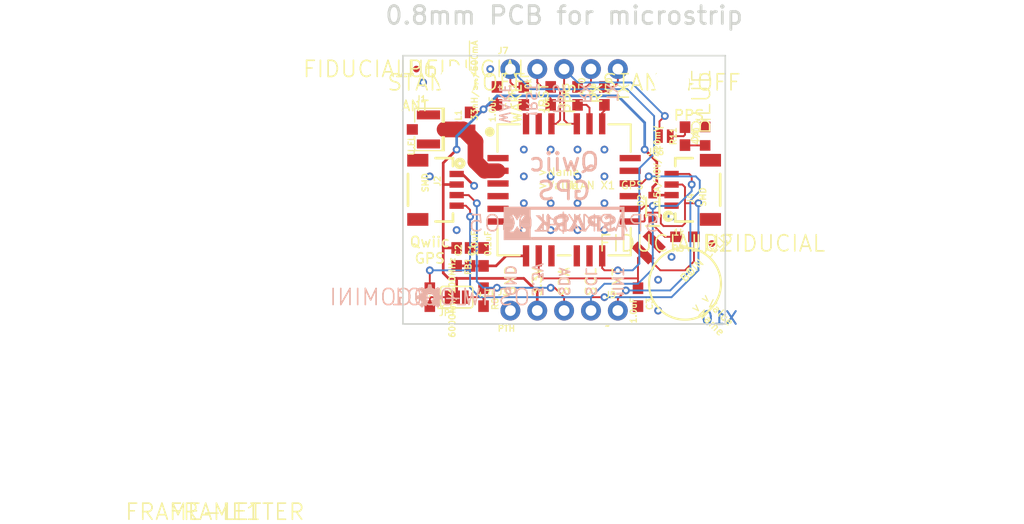
<source format=kicad_pcb>
(kicad_pcb (version 4) (host pcbnew 4.0.6)

  (general
    (links 41)
    (no_connects 21)
    (area 133.186099 92.228599 163.816101 117.778601)
    (thickness 1.6)
    (drawings 30)
    (tracks 222)
    (zones 0)
    (modules 33)
    (nets 44)
  )

  (page A4)
  (layers
    (0 Top signal)
    (31 Bottom signal)
    (32 B.Adhes user)
    (33 F.Adhes user)
    (34 B.Paste user)
    (35 F.Paste user)
    (36 B.SilkS user)
    (37 F.SilkS user)
    (38 B.Mask user)
    (39 F.Mask user)
    (40 Dwgs.User user)
    (41 Cmts.User user)
    (42 Eco1.User user)
    (43 Eco2.User user)
    (44 Edge.Cuts user)
    (45 Margin user)
    (46 B.CrtYd user)
    (47 F.CrtYd user)
    (48 B.Fab user)
    (49 F.Fab user)
  )

  (setup
    (last_trace_width 0.25)
    (trace_clearance 0.1778)
    (zone_clearance 0.508)
    (zone_45_only no)
    (trace_min 0.1778)
    (segment_width 0.2)
    (edge_width 0.15)
    (via_size 0.6)
    (via_drill 0.4)
    (via_min_size 0.4)
    (via_min_drill 0.3)
    (uvia_size 0.3)
    (uvia_drill 0.1)
    (uvias_allowed no)
    (uvia_min_size 0.2)
    (uvia_min_drill 0.1)
    (pcb_text_width 0.3)
    (pcb_text_size 1.5 1.5)
    (mod_edge_width 0.15)
    (mod_text_size 1 1)
    (mod_text_width 0.15)
    (pad_size 1.524 1.524)
    (pad_drill 0.762)
    (pad_to_mask_clearance 0.2)
    (aux_axis_origin 0 0)
    (visible_elements 7FFFFFFF)
    (pcbplotparams
      (layerselection 0x00030_80000001)
      (usegerberextensions false)
      (excludeedgelayer true)
      (linewidth 0.100000)
      (plotframeref false)
      (viasonmask false)
      (mode 1)
      (useauxorigin false)
      (hpglpennumber 1)
      (hpglpenspeed 20)
      (hpglpendiameter 15)
      (hpglpenoverlay 2)
      (psnegative false)
      (psa4output false)
      (plotreference true)
      (plotvalue true)
      (plotinvisibletext false)
      (padsonsilk false)
      (subtractmaskfromsilk false)
      (outputformat 1)
      (mirror false)
      (drillshape 1)
      (scaleselection 1)
      (outputdirectory ""))
  )

  (net 0 "")
  (net 1 3.3V)
  (net 2 GND)
  (net 3 "Net-(B1-Pad+)")
  (net 4 "Net-(C1-Pad1)")
  (net 5 "Net-(D1-PadA)")
  (net 6 "Net-(D2-PadC)")
  (net 7 "Net-(J1-PadFEED)")
  (net 8 "Net-(J2-Pad1)")
  (net 9 "Net-(J2-Pad2)")
  (net 10 "Net-(J2-Pad3)")
  (net 11 "Net-(J2-Pad4)")
  (net 12 "Net-(J3-Pad1)")
  (net 13 "Net-(J3-Pad2)")
  (net 14 "Net-(J3-Pad3)")
  (net 15 "Net-(J3-Pad4)")
  (net 16 "Net-(J4-Pad1)")
  (net 17 "Net-(J4-Pad2)")
  (net 18 "Net-(J4-Pad3)")
  (net 19 "Net-(J4-Pad4)")
  (net 20 "Net-(J5-Pad1)")
  (net 21 "Net-(J7-Pad1)")
  (net 22 "Net-(J7-Pad2)")
  (net 23 "Net-(J7-Pad3)")
  (net 24 "Net-(J7-Pad4)")
  (net 25 "Net-(J7-Pad5)")
  (net 26 "Net-(JP1-Pad1)")
  (net 27 "Net-(JP1-Pad3)")
  (net 28 "Net-(JP5-Pad1)")
  (net 29 "Net-(JP5-Pad2)")
  (net 30 "Net-(R1-Pad2)")
  (net 31 "Net-(R2-Pad1)")
  (net 32 "Net-(R3-Pad1)")
  (net 33 "Net-(R3-Pad2)")
  (net 34 "Net-(R6-Pad1)")
  (net 35 "Net-(R6-Pad2)")
  (net 36 "Net-(R7-Pad1)")
  (net 37 "Net-(R8-Pad1)")
  (net 38 "Net-(U1-Pad8)")
  (net 39 "Net-(U1-Pad15)")
  (net 40 "Net-(U1-Pad16)")
  (net 41 "Net-(U1-Pad17)")
  (net 42 "Net-(U1-Pad18)")
  (net 43 "Net-(U1-Pad21)")

  (net_class Default "This is the default net class."
    (clearance 0.1778)
    (trace_width 0.25)
    (via_dia 0.6)
    (via_drill 0.4)
    (uvia_dia 0.3)
    (uvia_drill 0.1)
    (add_net 3.3V)
    (add_net GND)
    (add_net "Net-(B1-Pad+)")
    (add_net "Net-(C1-Pad1)")
    (add_net "Net-(D1-PadA)")
    (add_net "Net-(D2-PadC)")
    (add_net "Net-(J1-PadFEED)")
    (add_net "Net-(J2-Pad1)")
    (add_net "Net-(J2-Pad2)")
    (add_net "Net-(J2-Pad3)")
    (add_net "Net-(J2-Pad4)")
    (add_net "Net-(J3-Pad1)")
    (add_net "Net-(J3-Pad2)")
    (add_net "Net-(J3-Pad3)")
    (add_net "Net-(J3-Pad4)")
    (add_net "Net-(J4-Pad1)")
    (add_net "Net-(J4-Pad2)")
    (add_net "Net-(J4-Pad3)")
    (add_net "Net-(J4-Pad4)")
    (add_net "Net-(J5-Pad1)")
    (add_net "Net-(J7-Pad1)")
    (add_net "Net-(J7-Pad2)")
    (add_net "Net-(J7-Pad3)")
    (add_net "Net-(J7-Pad4)")
    (add_net "Net-(J7-Pad5)")
    (add_net "Net-(JP1-Pad1)")
    (add_net "Net-(JP1-Pad3)")
    (add_net "Net-(JP5-Pad1)")
    (add_net "Net-(JP5-Pad2)")
    (add_net "Net-(R1-Pad2)")
    (add_net "Net-(R2-Pad1)")
    (add_net "Net-(R3-Pad1)")
    (add_net "Net-(R3-Pad2)")
    (add_net "Net-(R6-Pad1)")
    (add_net "Net-(R6-Pad2)")
    (add_net "Net-(R7-Pad1)")
    (add_net "Net-(R8-Pad1)")
    (add_net "Net-(U1-Pad15)")
    (add_net "Net-(U1-Pad16)")
    (add_net "Net-(U1-Pad17)")
    (add_net "Net-(U1-Pad18)")
    (add_net "Net-(U1-Pad21)")
    (add_net "Net-(U1-Pad8)")
  )

  (module STAND-OFF (layer Top) (tedit 0) (tstamp 5942AC55)
    (at 138.3411 94.8436)
    (descr "<b>Stand Off</b><p>\nThis is the mechanical footprint for a #4 phillips button head screw. Use the keepout ring to avoid running the screw head into surrounding components. SKU : PRT-00447")
    (path /5942BDCB)
    (fp_text reference JP3 (at 0 0) (layer F.SilkS)
      (effects (font (thickness 0.15)))
    )
    (fp_text value STAND-OFF (at 0 0) (layer F.SilkS)
      (effects (font (thickness 0.15)))
    )
    (fp_circle (center 0 0) (end 2.794 0) (layer Cmts.User) (width 0.127))
    (pad "" np_thru_hole circle (at 0 0) (size 3.302 3.302) (drill 3.302) (layers *.Cu))
  )

  (module STAND-OFF (layer Top) (tedit 0) (tstamp 5942AC5A)
    (at 158.6611 94.8436)
    (descr "<b>Stand Off</b><p>\nThis is the mechanical footprint for a #4 phillips button head screw. Use the keepout ring to avoid running the screw head into surrounding components. SKU : PRT-00447")
    (path /5942BE93)
    (fp_text reference JP4 (at 0 0) (layer F.SilkS)
      (effects (font (thickness 0.15)))
    )
    (fp_text value STAND-OFF (at 0 0) (layer F.SilkS)
      (effects (font (thickness 0.15)))
    )
    (fp_circle (center 0 0) (end 2.794 0) (layer Cmts.User) (width 0.127))
    (pad "" np_thru_hole circle (at 0 0) (size 3.302 3.302) (drill 3.302) (layers *.Cu))
  )

  (module MICRO-FIDUCIAL (layer Top) (tedit 0) (tstamp 5942AC5F)
    (at 162.4711 110.0836)
    (path /5942BD03)
    (fp_text reference JP2 (at 0 0) (layer F.SilkS)
      (effects (font (thickness 0.15)))
    )
    (fp_text value FIDUCIALUFIDUCIAL (at 0 0) (layer F.SilkS)
      (effects (font (thickness 0.15)))
    )
    (pad 1 smd circle (at 0 0) (size 0.635 0.635) (layers Top F.Paste F.Mask))
  )

  (module MICRO-FIDUCIAL (layer Top) (tedit 0) (tstamp 5942AC63)
    (at 134.5311 93.5736)
    (path /5942C023)
    (fp_text reference JP6 (at 0 0) (layer F.SilkS)
      (effects (font (thickness 0.15)))
    )
    (fp_text value FIDUCIALUFIDUCIAL (at 0 0) (layer F.SilkS)
      (effects (font (thickness 0.15)))
    )
    (pad 1 smd circle (at 0 0) (size 0.635 0.635) (layers Top F.Paste F.Mask))
  )

  (module 1X04_1MM_RA (layer Top) (tedit 0) (tstamp 5942AC67)
    (at 138.3411 105.0036 270)
    (descr "<h3>SMD- 4 Pin Right Angle </h3>\n<p>Specifications:\n<ul><li>Pin count:4</li>\n<li>Pin pitch:0.1\"</li>\n</ul></p>\n<p>Example device(s):\n<ul><li>CONN_04</li>\n</ul></p>")
    (path /5942B853)
    (fp_text reference J2 (at -1.397 2.159 450) (layer F.SilkS)
      (effects (font (size 0.57912 0.57912) (thickness 0.115824)) (justify right top))
    )
    (fp_text value SMD (at -1.651 3.302 270) (layer F.SilkS)
      (effects (font (size 0.57912 0.57912) (thickness 0.12192)) (justify right top))
    )
    (fp_line (start -1.5 4.6) (end 1.5 4.6) (layer F.SilkS) (width 0.254))
    (fp_line (start -3 2) (end -3 0.35) (layer F.SilkS) (width 0.254))
    (fp_line (start 2.25 0.35) (end 3 0.35) (layer F.SilkS) (width 0.254))
    (fp_line (start 3 0.35) (end 3 2) (layer F.SilkS) (width 0.254))
    (fp_line (start -3 0.35) (end -2.25 0.35) (layer F.SilkS) (width 0.254))
    (fp_circle (center -2.5 -0.3) (end -2.3586 -0.3) (layer F.SilkS) (width 0.4))
    (pad NC2 smd rect (at -2.8 3.675 270) (size 1.2 2) (layers Top F.Paste F.Mask))
    (pad NC1 smd rect (at 2.8 3.675 270) (size 1.2 2) (layers Top F.Paste F.Mask))
    (pad 1 smd rect (at -1.5 0 270) (size 0.6 1.35) (layers Top F.Paste F.Mask)
      (net 8 "Net-(J2-Pad1)"))
    (pad 2 smd rect (at -0.5 0 270) (size 0.6 1.35) (layers Top F.Paste F.Mask)
      (net 9 "Net-(J2-Pad2)"))
    (pad 3 smd rect (at 0.5 0 270) (size 0.6 1.35) (layers Top F.Paste F.Mask)
      (net 10 "Net-(J2-Pad3)"))
    (pad 4 smd rect (at 1.5 0 270) (size 0.6 1.35) (layers Top F.Paste F.Mask)
      (net 11 "Net-(J2-Pad4)"))
  )

  (module 1X04_NO_SILK (layer Top) (tedit 0) (tstamp 5942AC76)
    (at 143.4211 116.4336)
    (descr "<h3>Plated Through Hole - 4 Pin No Silk Outline</h3>\n<p>Specifications:\n<ul><li>Pin count:4</li>\n<li>Pin pitch:0.1\"</li>\n</ul></p>\n<p>Example device(s):\n<ul><li>CONN_04</li>\n</ul></p>")
    (path /5942B91B)
    (fp_text reference J3 (at -1.27 -1.397) (layer F.SilkS)
      (effects (font (size 0.57912 0.57912) (thickness 0.115824)) (justify left bottom))
    )
    (fp_text value PTH (at -1.27 2.032) (layer F.SilkS)
      (effects (font (size 0.57912 0.57912) (thickness 0.12192)) (justify left bottom))
    )
    (fp_poly (pts (xy 7.366 0.254) (xy 7.874 0.254) (xy 7.874 -0.254) (xy 7.366 -0.254)) (layer Dwgs.User) (width 0))
    (fp_poly (pts (xy 4.826 0.254) (xy 5.334 0.254) (xy 5.334 -0.254) (xy 4.826 -0.254)) (layer Dwgs.User) (width 0))
    (fp_poly (pts (xy 2.286 0.254) (xy 2.794 0.254) (xy 2.794 -0.254) (xy 2.286 -0.254)) (layer Dwgs.User) (width 0))
    (fp_poly (pts (xy -0.254 0.254) (xy 0.254 0.254) (xy 0.254 -0.254) (xy -0.254 -0.254)) (layer Dwgs.User) (width 0))
    (pad 1 thru_hole circle (at 0 0 90) (size 1.8796 1.8796) (drill 1.016) (layers *.Cu *.Mask)
      (net 12 "Net-(J3-Pad1)"))
    (pad 2 thru_hole circle (at 2.54 0 90) (size 1.8796 1.8796) (drill 1.016) (layers *.Cu *.Mask)
      (net 13 "Net-(J3-Pad2)"))
    (pad 3 thru_hole circle (at 5.08 0 90) (size 1.8796 1.8796) (drill 1.016) (layers *.Cu *.Mask)
      (net 14 "Net-(J3-Pad3)"))
    (pad 4 thru_hole circle (at 7.62 0 90) (size 1.8796 1.8796) (drill 1.016) (layers *.Cu *.Mask)
      (net 15 "Net-(J3-Pad4)"))
  )

  (module CREATIVE_COMMONS (layer Top) (tedit 0) (tstamp 5942AC81)
    (at 115.4811 135.4836)
    (descr "<h3>Creative Commons License Template</h3>\n<p>CC BY-SA 4.0 License with <a href=\"https://creativecommons.org/licenses/by-sa/4.0/\">link to license</a> and placeholder for designer name.</p>\n<p>Devices using:\n<ul><li>FRAME_LEDGER</li>\n<li>FRAME_LETTER</li></ul></p>")
    (fp_text reference FRAME1 (at 0 0) (layer F.SilkS)
      (effects (font (thickness 0.15)))
    )
    (fp_text value FRAME-LETTER (at 0 0) (layer F.SilkS)
      (effects (font (thickness 0.15)))
    )
    (fp_text user "Released under the Creative Commons Attribution Share-Alike 4.0 License" (at -20.32 -5.08) (layer Dwgs.User)
      (effects (font (size 1.6891 1.6891) (thickness 0.14224)) (justify left bottom))
    )
    (fp_text user " https://creativecommons.org/licenses/by-sa/4.0/" (at 0 -2.54) (layer Dwgs.User)
      (effects (font (size 1.6891 1.6891) (thickness 0.14224)) (justify left bottom))
    )
    (fp_text user "Designed by:" (at 11.43 0) (layer Dwgs.User)
      (effects (font (size 1.6891 1.6891) (thickness 0.14224)) (justify left bottom))
    )
  )

  (module 1X04_1MM_RA (layer Top) (tedit 0) (tstamp 5942AC87)
    (at 158.6611 105.0036 90)
    (descr "<h3>SMD- 4 Pin Right Angle </h3>\n<p>Specifications:\n<ul><li>Pin count:4</li>\n<li>Pin pitch:0.1\"</li>\n</ul></p>\n<p>Example device(s):\n<ul><li>CONN_04</li>\n</ul></p>")
    (path /5942B9E3)
    (fp_text reference J4 (at -1.397 2.159 90) (layer F.SilkS)
      (effects (font (size 0.57912 0.57912) (thickness 0.115824)) (justify left bottom))
    )
    (fp_text value SMD (at -1.651 3.302 90) (layer F.SilkS)
      (effects (font (size 0.57912 0.57912) (thickness 0.12192)) (justify left bottom))
    )
    (fp_line (start -1.5 4.6) (end 1.5 4.6) (layer F.SilkS) (width 0.254))
    (fp_line (start -3 2) (end -3 0.35) (layer F.SilkS) (width 0.254))
    (fp_line (start 2.25 0.35) (end 3 0.35) (layer F.SilkS) (width 0.254))
    (fp_line (start 3 0.35) (end 3 2) (layer F.SilkS) (width 0.254))
    (fp_line (start -3 0.35) (end -2.25 0.35) (layer F.SilkS) (width 0.254))
    (fp_circle (center -2.5 -0.3) (end -2.3586 -0.3) (layer F.SilkS) (width 0.4))
    (pad NC2 smd rect (at -2.8 3.675 90) (size 1.2 2) (layers Top F.Paste F.Mask))
    (pad NC1 smd rect (at 2.8 3.675 90) (size 1.2 2) (layers Top F.Paste F.Mask))
    (pad 1 smd rect (at -1.5 0 90) (size 0.6 1.35) (layers Top F.Paste F.Mask)
      (net 16 "Net-(J4-Pad1)"))
    (pad 2 smd rect (at -0.5 0 90) (size 0.6 1.35) (layers Top F.Paste F.Mask)
      (net 17 "Net-(J4-Pad2)"))
    (pad 3 smd rect (at 0.5 0 90) (size 0.6 1.35) (layers Top F.Paste F.Mask)
      (net 18 "Net-(J4-Pad3)"))
    (pad 4 smd rect (at 1.5 0 90) (size 0.6 1.35) (layers Top F.Paste F.Mask)
      (net 19 "Net-(J4-Pad4)"))
  )

  (module OSHW-LOGO-MINI (layer Bottom) (tedit 0) (tstamp 5942AC96)
    (at 135.8011 115.1636 180)
    (descr "<h3>Open-Source Hardware (OSHW) Logo - Mini - Silkscreen</h3>\n<p>Silkscreen logo for open-source hardware designs.</p>\n<p>Devices using:\n<ul><li>OSHW_LOGO</li></ul></p>")
    (fp_text reference LOGO1 (at 0 0 180) (layer B.SilkS)
      (effects (font (thickness 0.15)) (justify mirror))
    )
    (fp_text value OSHW-LOGOMINI (at 0 0 180) (layer B.SilkS)
      (effects (font (thickness 0.15)) (justify mirror))
    )
    (fp_poly (pts (xy 1.2366 -0.172631) (xy 1.2366 0.147369) (xy 0.8766 0.207369) (xy 0.8766 0.247369)
      (xy 0.8666 0.257369) (xy 0.8666 0.277369) (xy 0.8566 0.287369) (xy 0.8466 0.307369)
      (xy 0.8466 0.327369) (xy 0.8366 0.337369) (xy 0.8366 0.357369) (xy 0.8266 0.367369)
      (xy 0.8166 0.387369) (xy 0.8066 0.397369) (xy 0.8066 0.417369) (xy 0.7966 0.427369)
      (xy 0.7866 0.447369) (xy 0.7766 0.457369) (xy 0.9866 0.747369) (xy 0.7566 0.967369)
      (xy 0.4666 0.767369) (xy 0.4566 0.777369) (xy 0.4366 0.787369) (xy 0.4266 0.787369)
      (xy 0.4066 0.797369) (xy 0.3966 0.807369) (xy 0.3766 0.817369) (xy 0.3666 0.817369)
      (xy 0.3466 0.827369) (xy 0.3366 0.837369) (xy 0.3166 0.837369) (xy 0.2966 0.847369)
      (xy 0.2866 0.847369) (xy 0.2666 0.857369) (xy 0.2566 0.857369) (xy 0.2366 0.867369)
      (xy 0.2166 0.867369) (xy 0.1566 1.217369) (xy -0.1634 1.217369) (xy -0.2234 0.867369)
      (xy -0.2334 0.867369) (xy -0.2534 0.857369) (xy -0.2734 0.857369) (xy -0.2834 0.847369)
      (xy -0.3034 0.847369) (xy -0.3234 0.837369) (xy -0.3334 0.837369) (xy -0.3534 0.827369)
      (xy -0.3634 0.817369) (xy -0.3834 0.817369) (xy -0.3934 0.807369) (xy -0.4134 0.797369)
      (xy -0.4234 0.787369) (xy -0.4434 0.787369) (xy -0.4534 0.777369) (xy -0.4734 0.767369)
      (xy -0.7634 0.967369) (xy -0.9834 0.747369) (xy -0.7834 0.457369) (xy -0.7934 0.447369)
      (xy -0.7934 0.427369) (xy -0.8034 0.417369) (xy -0.8134 0.397369) (xy -0.8234 0.387369)
      (xy -0.8234 0.367369) (xy -0.8334 0.357369) (xy -0.8434 0.337369) (xy -0.8434 0.327369)
      (xy -0.8634 0.287369) (xy -0.8634 0.277369) (xy -0.8734 0.257369) (xy -0.8734 0.247369)
      (xy -0.8834 0.227369) (xy -0.8834 0.207369) (xy -1.2334 0.147369) (xy -1.2334 -0.172631)
      (xy -0.8834 -0.232631) (xy -0.8834 -0.242631) (xy -0.8734 -0.262631) (xy -0.8734 -0.282631)
      (xy -0.8634 -0.292631) (xy -0.8634 -0.312631) (xy -0.8534 -0.322631) (xy -0.8434 -0.342631)
      (xy -0.8434 -0.362631) (xy -0.8334 -0.372631) (xy -0.8334 -0.392631) (xy -0.8234 -0.402631)
      (xy -0.8134 -0.422631) (xy -0.8034 -0.432631) (xy -0.7934 -0.452631) (xy -0.7934 -0.462631)
      (xy -0.7834 -0.482631) (xy -0.9834 -0.762631) (xy -0.7634 -0.992631) (xy -0.4734 -0.792631)
      (xy -0.4634 -0.792631) (xy -0.4534 -0.802631) (xy -0.4434 -0.802631) (xy -0.4334 -0.812631)
      (xy -0.4234 -0.812631) (xy -0.4134 -0.822631) (xy -0.4034 -0.822631) (xy -0.3934 -0.832631)
      (xy -0.3834 -0.832631) (xy -0.3734 -0.842631) (xy -0.3634 -0.842631) (xy -0.3534 -0.852631)
      (xy -0.3334 -0.852631) (xy -0.3234 -0.862631) (xy -0.1234 -0.322631) (xy -0.1534 -0.312631)
      (xy -0.1934 -0.292631) (xy -0.2134 -0.272631) (xy -0.2334 -0.262631) (xy -0.2534 -0.242631)
      (xy -0.2634 -0.222631) (xy -0.2834 -0.202631) (xy -0.3034 -0.162631) (xy -0.3134 -0.132631)
      (xy -0.3334 -0.092631) (xy -0.3334 -0.062631) (xy -0.3434 -0.032631) (xy -0.3434 0.027369)
      (xy -0.3034 0.147369) (xy -0.2634 0.207369) (xy -0.2434 0.227369) (xy -0.2134 0.247369)
      (xy -0.1934 0.267369) (xy -0.1634 0.287369) (xy -0.1334 0.297369) (xy -0.1034 0.317369)
      (xy -0.0734 0.317369) (xy -0.0334 0.327369) (xy 0.0366 0.327369) (xy 0.0666 0.317369)
      (xy 0.0966 0.317369) (xy 0.1266 0.297369) (xy 0.1566 0.287369) (xy 0.2166 0.247369)
      (xy 0.2566 0.207369) (xy 0.2966 0.147369) (xy 0.3066 0.117369) (xy 0.3266 0.087369)
      (xy 0.3266 0.057369) (xy 0.3366 0.027369) (xy 0.3366 -0.062631) (xy 0.3266 -0.092631)
      (xy 0.3266 -0.112631) (xy 0.3166 -0.132631) (xy 0.3066 -0.162631) (xy 0.2966 -0.182631)
      (xy 0.2766 -0.202631) (xy 0.2666 -0.222631) (xy 0.2266 -0.262631) (xy 0.2066 -0.272631)
      (xy 0.1866 -0.292631) (xy 0.1266 -0.322631) (xy 0.3266 -0.862631) (xy 0.3266 -0.852631)
      (xy 0.3466 -0.852631) (xy 0.3566 -0.842631) (xy 0.3666 -0.842631) (xy 0.3766 -0.832631)
      (xy 0.3866 -0.832631) (xy 0.3966 -0.822631) (xy 0.4166 -0.822631) (xy 0.4266 -0.812631)
      (xy 0.4366 -0.812631) (xy 0.4566 -0.792631) (xy 0.4666 -0.792631) (xy 0.7566 -0.992631)
      (xy 0.9866 -0.762631) (xy 0.7766 -0.482631) (xy 0.7866 -0.462631) (xy 0.7966 -0.452631)
      (xy 0.8066 -0.432631) (xy 0.8066 -0.422631) (xy 0.8166 -0.402631) (xy 0.8266 -0.392631)
      (xy 0.8366 -0.372631) (xy 0.8366 -0.362631) (xy 0.8566 -0.322631) (xy 0.8566 -0.312631)
      (xy 0.8666 -0.292631) (xy 0.8666 -0.282631) (xy 0.8766 -0.262631) (xy 0.8766 -0.242631)
      (xy 0.8866 -0.232631)) (layer B.SilkS) (width 0))
  )

  (module SPARKX-LARGE (layer Bottom) (tedit 0) (tstamp 5942AC9A)
    (at 148.5011 108.1786 180)
    (path /5942CB78)
    (fp_text reference U$1 (at 0 0 180) (layer B.SilkS)
      (effects (font (thickness 0.15)) (justify mirror))
    )
    (fp_text value SPARKX-LOGO5 (at 0 0 180) (layer B.SilkS)
      (effects (font (thickness 0.15)) (justify mirror))
    )
    (fp_poly (pts (xy -5.715 1.581913) (xy -5.715 -1.581913) (xy 3.058669 -1.581913) (xy 3.058669 -1.288163)
      (xy -5.42125 -1.288163) (xy -5.42125 1.288163) (xy 3.161538 1.288163) (xy 3.161538 -0.15405)
      (xy 4.125088 -0.15405) (xy 4.239388 0.012572) (xy 3.727322 0.765809) (xy 4.121659 0.765809)
      (xy 4.443984 0.268606) (xy 4.768597 0.765809) (xy 5.1515 0.765809) (xy 4.639438 0.017144)
      (xy 4.756278 -0.15405) (xy 5.715 -0.15405) (xy 5.715 1.581913) (xy 3.161538 1.581913)) (layer B.SilkS) (width 0))
    (fp_poly (pts (xy 5.715 -0.15405) (xy 4.756278 -0.15405) (xy 5.174363 -0.766953) (xy 5.172075 -0.766953)
      (xy 4.777741 -0.766953) (xy 4.433697 -0.241172) (xy 4.087369 -0.766953) (xy 3.704463 -0.766953)
      (xy 4.125088 -0.15405) (xy 3.161538 -0.15405) (xy 3.161538 -1.288163) (xy 3.058669 -1.288163)
      (xy 3.058669 -1.581913) (xy 3.161538 -1.581913) (xy 5.715 -1.581913)) (layer B.SilkS) (width 0))
    (fp_poly (pts (xy -4.3514 0.786384) (xy -4.464559 0.778003) (xy -4.567428 0.753238) (xy -4.658869 0.713231)
      (xy -4.736591 0.659513) (xy -4.799203 0.592456) (xy -4.846319 0.51435) (xy -4.875656 0.425069)
      (xy -4.880356 0.375794) (xy -4.546728 0.375794) (xy -4.539234 0.407669) (xy -4.502278 0.450341)
      (xy -4.440556 0.479172) (xy -4.354831 0.489203) (xy -4.256531 0.479044) (xy -4.158234 0.4492)
      (xy -4.025013 0.375794) (xy -3.931284 0.375794) (xy -3.782188 0.592075) (xy -3.906394 0.675259)
      (xy -4.041647 0.736091) (xy -4.189603 0.773684)) (layer B.SilkS) (width 0))
    (fp_poly (pts (xy -3.931284 0.375794) (xy -4.025013 0.375794) (xy -3.957066 0.338328)) (layer B.SilkS) (width 0))
    (fp_poly (pts (xy -4.546728 0.375794) (xy -4.880356 0.375794) (xy -4.885181 0.324613) (xy -4.885181 0.320041)
      (xy -4.875913 0.215647) (xy -4.848606 0.129159) (xy -4.805044 0.058675) (xy -4.746878 0.001144)
      (xy -4.586859 -0.085725) (xy -4.375403 -0.149734) (xy -4.218813 -0.195453) (xy -4.123944 -0.238888)
      (xy -4.078225 -0.28575) (xy -4.06565 -0.344044) (xy -4.06565 -0.348616) (xy -4.080256 -0.409447)
      (xy -4.123944 -0.454913) (xy -4.193666 -0.483744) (xy -4.287394 -0.493775) (xy -4.413759 -0.481075)
      (xy -4.529709 -0.443484) (xy -4.639056 -0.384428) (xy -4.745738 -0.307466) (xy -4.944619 -0.546353)
      (xy -4.799203 -0.655194) (xy -4.638294 -0.731519) (xy -4.467988 -0.776859) (xy -4.29425 -0.7921)
      (xy -4.174997 -0.784225) (xy -4.066794 -0.760094) (xy -3.971416 -0.721234) (xy -3.889628 -0.668656)
      (xy -3.823716 -0.601219) (xy -3.774188 -0.520066) (xy -3.743325 -0.424941) (xy -3.733038 -0.317753)
      (xy -3.733038 -0.313181) (xy -3.733038 -0.308609) (xy -3.740913 -0.215013) (xy -3.765041 -0.136016)
      (xy -3.804794 -0.068453) (xy -3.859913 -0.010288) (xy -4.013072 0.081153) (xy -4.2211 0.149734)
      (xy -4.384547 0.195453) (xy -4.486275 0.2366) (xy -4.537709 0.28575) (xy -4.551425 0.3509)
      (xy -4.551425 0.355472)) (layer B.SilkS) (width 0))
    (fp_poly (pts (xy 2.328925 0.375794) (xy 1.934209 0.375794) (xy 1.674494 0.096013) (xy 1.674494 0.375794)
      (xy 1.337309 0.375794) (xy 1.337309 -0.766953) (xy 1.674494 -0.766953) (xy 1.674494 -0.298322)
      (xy 1.851659 -0.1143) (xy 2.327147 -0.766953) (xy 2.731769 -0.766953) (xy 2.079116 0.115444)) (layer B.SilkS) (width 0))
    (fp_poly (pts (xy 2.328925 0.375794) (xy 2.703194 0.765809) (xy 2.296288 0.765809) (xy 1.934209 0.375794)) (layer B.SilkS) (width 0))
    (fp_poly (pts (xy 1.674494 0.375794) (xy 1.674494 0.765809) (xy 1.337309 0.765809) (xy 1.337309 0.375794)) (layer B.SilkS) (width 0))
    (fp_poly (pts (xy 1.021588 0.375794) (xy 0.644397 0.375794) (xy 0.6731 0.338328) (xy 0.690372 0.242316)
      (xy 0.690372 0.238888) (xy 0.673988 0.150622) (xy 0.624078 0.081153) (xy 0.542672 0.036831)
      (xy 0.432053 0.021716) (xy 0.090297 0.021716) (xy 0.090297 0.375794) (xy -0.246888 0.375794)
      (xy -0.246888 -0.766953) (xy 0.090297 -0.766953) (xy 0.090297 -0.276606) (xy 0.355472 -0.276606)
      (xy 0.683513 -0.766953) (xy 1.07785 -0.766953) (xy 0.702944 -0.219456) (xy 0.835913 -0.149097)
      (xy 0.940688 -0.048006) (xy 1.009141 0.086234) (xy 1.032128 0.254888) (xy 1.032128 0.259462)
      (xy 1.022731 0.372109)) (layer B.SilkS) (width 0))
    (fp_poly (pts (xy 1.021588 0.375794) (xy 0.994284 0.471931) (xy 0.946784 0.558547) (xy 0.880109 0.632078)
      (xy 0.796291 0.690625) (xy 0.697356 0.732409) (xy 0.583184 0.757428) (xy 0.453772 0.765809)
      (xy -0.246888 0.765809) (xy -0.246888 0.375794) (xy 0.090297 0.375794) (xy 0.090297 0.461772)
      (xy 0.425197 0.461772) (xy 0.536703 0.448056) (xy 0.62065 0.406909) (xy 0.644397 0.375794)) (layer B.SilkS) (width 0))
    (fp_poly (pts (xy -0.9699 0.375794) (xy -1.622553 0.375794) (xy -2.108834 -0.766953) (xy -1.764791 -0.766953)
      (xy -1.300734 0.371475) (xy -0.836675 -0.766953) (xy -0.483488 -0.766953)) (layer B.SilkS) (width 0))
    (fp_poly (pts (xy -0.9699 0.375794) (xy -1.140713 0.777241) (xy -1.451609 0.777241) (xy -1.622553 0.375794)) (layer B.SilkS) (width 0))
    (fp_poly (pts (xy -2.244216 0.375794) (xy -2.621406 0.375794) (xy -2.586481 0.329691) (xy -2.568322 0.229744)
      (xy -2.568322 0.225172) (xy -2.585594 0.134619) (xy -2.638044 0.059438) (xy -2.722244 0.009525)
      (xy -2.834641 -0.006859) (xy -3.102103 -0.006859) (xy -3.102103 0.375794) (xy -3.440431 0.375794)
      (xy -3.440431 -0.764666) (xy -3.103244 -0.764666) (xy -3.103244 -0.305181) (xy -2.847213 -0.305181)
      (xy -2.722244 -0.296544) (xy -2.604897 -0.270891) (xy -2.499359 -0.228219) (xy -2.4083 -0.169163)
      (xy -2.332991 -0.092709) (xy -2.275713 0) (xy -2.239772 0.108966) (xy -2.227706 0.234316)
      (xy -2.226563 0.232028) (xy -2.226563 0.2366) (xy -2.236725 0.349759)) (layer B.SilkS) (width 0))
    (fp_poly (pts (xy -2.244216 0.375794) (xy -2.266569 0.452628) (xy -2.315844 0.543434) (xy -2.383156 0.62065)
      (xy -2.466975 0.682625) (xy -2.567178 0.729234) (xy -2.682875 0.758063) (xy -2.814066 0.768097)
      (xy -3.440431 0.768097) (xy -3.440431 0.375794) (xy -3.102103 0.375794) (xy -3.102103 0.461772)
      (xy -2.841497 0.461772) (xy -2.727834 0.447041) (xy -2.641472 0.402338) (xy -2.621406 0.375794)) (layer B.SilkS) (width 0))
  )

  (module 1X01_NO_SILK (layer Top) (tedit 0) (tstamp 5942ACAB)
    (at 153.5811 116.4336)
    (descr "<h3>Plated Through Hole - No Silk Outline</h3>\n<p>Specifications:\n<ul><li>Pin count:1</li>\n<li>Pin pitch:0.1\"</li>\n</ul></p>\n<p>Example device(s):\n<ul><li>CONN_01</li>\n</ul></p>")
    (path /5942BAAB)
    (fp_text reference J5 (at -1.27 -1.143) (layer F.SilkS)
      (effects (font (size 0.57912 0.57912) (thickness 0.12192)) (justify left bottom))
    )
    (fp_text value ~ (at -1.27 1.778) (layer F.SilkS)
      (effects (font (size 0.57912 0.57912) (thickness 0.12192)) (justify left bottom))
    )
    (fp_poly (pts (xy -0.254 0.254) (xy 0.254 0.254) (xy 0.254 -0.254) (xy -0.254 -0.254)) (layer Dwgs.User) (width 0))
    (pad 1 thru_hole circle (at 0 0 90) (size 1.8796 1.8796) (drill 1.016) (layers *.Cu *.Mask)
      (net 20 "Net-(J5-Pad1)"))
  )

  (module 0603 (layer Top) (tedit 0) (tstamp 5942ACB0)
    (at 139.6111 111.3536 90)
    (descr "<p><b>Generic 1608 (0603) package</b></p>\n<p>0.2mm courtyard excess rounded to nearest 0.05mm.</p>")
    (path /5942AE2B)
    (fp_text reference C2 (at 0 -0.762 90) (layer F.SilkS)
      (effects (font (size 0.57912 0.57912) (thickness 0.115824)) (justify left bottom))
    )
    (fp_text value 1.0uF (at 0 0.762 90) (layer F.SilkS)
      (effects (font (size 0.57912 0.57912) (thickness 0.115824)) (justify left bottom))
    )
    (fp_line (start -0.356 -0.432) (end 0.356 -0.432) (layer Dwgs.User) (width 0.1016))
    (fp_line (start -0.356 0.419) (end 0.356 0.419) (layer Dwgs.User) (width 0.1016))
    (fp_poly (pts (xy -0.8382 0.4699) (xy -0.3381 0.4699) (xy -0.3381 -0.4801) (xy -0.8382 -0.4801)) (layer Dwgs.User) (width 0))
    (fp_poly (pts (xy 0.3302 0.4699) (xy 0.8303 0.4699) (xy 0.8303 -0.4801) (xy 0.3302 -0.4801)) (layer Dwgs.User) (width 0))
    (fp_poly (pts (xy -0.1999 0.3) (xy 0.1999 0.3) (xy 0.1999 -0.3) (xy -0.1999 -0.3)) (layer F.Adhes) (width 0))
    (pad 1 smd rect (at -0.85 0 90) (size 1.1 1) (layers Top F.Paste F.Mask)
      (net 4 "Net-(C1-Pad1)"))
    (pad 2 smd rect (at 0.85 0 90) (size 1.1 1) (layers Top F.Paste F.Mask)
      (net 2 GND))
  )

  (module 0603 (layer Top) (tedit 0) (tstamp 5942ACBA)
    (at 144.6911 96.1136 90)
    (descr "<p><b>Generic 1608 (0603) package</b></p>\n<p>0.2mm courtyard excess rounded to nearest 0.05mm.</p>")
    (path /5942C27B)
    (fp_text reference R1 (at 0 -0.762 90) (layer F.SilkS)
      (effects (font (size 0.57912 0.57912) (thickness 0.115824)) (justify left bottom))
    )
    (fp_text value 10k (at 0 0.762 90) (layer F.SilkS)
      (effects (font (size 0.57912 0.57912) (thickness 0.115824)) (justify left bottom))
    )
    (fp_line (start -0.356 -0.432) (end 0.356 -0.432) (layer Dwgs.User) (width 0.1016))
    (fp_line (start -0.356 0.419) (end 0.356 0.419) (layer Dwgs.User) (width 0.1016))
    (fp_poly (pts (xy -0.8382 0.4699) (xy -0.3381 0.4699) (xy -0.3381 -0.4801) (xy -0.8382 -0.4801)) (layer Dwgs.User) (width 0))
    (fp_poly (pts (xy 0.3302 0.4699) (xy 0.8303 0.4699) (xy 0.8303 -0.4801) (xy 0.3302 -0.4801)) (layer Dwgs.User) (width 0))
    (fp_poly (pts (xy -0.1999 0.3) (xy 0.1999 0.3) (xy 0.1999 -0.3) (xy -0.1999 -0.3)) (layer F.Adhes) (width 0))
    (pad 1 smd rect (at -0.85 0 90) (size 1.1 1) (layers Top F.Paste F.Mask)
      (net 2 GND))
    (pad 2 smd rect (at 0.85 0 90) (size 1.1 1) (layers Top F.Paste F.Mask)
      (net 30 "Net-(R1-Pad2)"))
  )

  (module 0603 (layer Top) (tedit 0) (tstamp 5942ACC4)
    (at 147.2311 96.1136 270)
    (descr "<p><b>Generic 1608 (0603) package</b></p>\n<p>0.2mm courtyard excess rounded to nearest 0.05mm.</p>")
    (path /5942C343)
    (fp_text reference R2 (at 0 -0.762 450) (layer F.SilkS)
      (effects (font (size 0.57912 0.57912) (thickness 0.115824)) (justify right top))
    )
    (fp_text value 10k (at 0 0.762 450) (layer F.SilkS)
      (effects (font (size 0.57912 0.57912) (thickness 0.115824)) (justify right top))
    )
    (fp_line (start -0.356 -0.432) (end 0.356 -0.432) (layer Dwgs.User) (width 0.1016))
    (fp_line (start -0.356 0.419) (end 0.356 0.419) (layer Dwgs.User) (width 0.1016))
    (fp_poly (pts (xy -0.8382 0.4699) (xy -0.3381 0.4699) (xy -0.3381 -0.4801) (xy -0.8382 -0.4801)) (layer Dwgs.User) (width 0))
    (fp_poly (pts (xy 0.3302 0.4699) (xy 0.8303 0.4699) (xy 0.8303 -0.4801) (xy 0.3302 -0.4801)) (layer Dwgs.User) (width 0))
    (fp_poly (pts (xy -0.1999 0.3) (xy 0.1999 0.3) (xy 0.1999 -0.3) (xy -0.1999 -0.3)) (layer F.Adhes) (width 0))
    (pad 1 smd rect (at -0.85 0 270) (size 1.1 1) (layers Top F.Paste F.Mask)
      (net 31 "Net-(R2-Pad1)"))
    (pad 2 smd rect (at 0.85 0 270) (size 1.1 1) (layers Top F.Paste F.Mask)
      (net 1 3.3V))
  )

  (module 0603 (layer Top) (tedit 0) (tstamp 5942ACCE)
    (at 149.7711 96.1136 90)
    (descr "<p><b>Generic 1608 (0603) package</b></p>\n<p>0.2mm courtyard excess rounded to nearest 0.05mm.</p>")
    (path /5942C40B)
    (fp_text reference R3 (at 0 -0.762 90) (layer F.SilkS)
      (effects (font (size 0.57912 0.57912) (thickness 0.115824)) (justify left bottom))
    )
    (fp_text value 470 (at 0 0.762 90) (layer F.SilkS)
      (effects (font (size 0.57912 0.57912) (thickness 0.115824)) (justify left bottom))
    )
    (fp_line (start -0.356 -0.432) (end 0.356 -0.432) (layer Dwgs.User) (width 0.1016))
    (fp_line (start -0.356 0.419) (end 0.356 0.419) (layer Dwgs.User) (width 0.1016))
    (fp_poly (pts (xy -0.8382 0.4699) (xy -0.3381 0.4699) (xy -0.3381 -0.4801) (xy -0.8382 -0.4801)) (layer Dwgs.User) (width 0))
    (fp_poly (pts (xy 0.3302 0.4699) (xy 0.8303 0.4699) (xy 0.8303 -0.4801) (xy 0.3302 -0.4801)) (layer Dwgs.User) (width 0))
    (fp_poly (pts (xy -0.1999 0.3) (xy 0.1999 0.3) (xy 0.1999 -0.3) (xy -0.1999 -0.3)) (layer F.Adhes) (width 0))
    (pad 1 smd rect (at -0.85 0 90) (size 1.1 1) (layers Top F.Paste F.Mask)
      (net 32 "Net-(R3-Pad1)"))
    (pad 2 smd rect (at 0.85 0 90) (size 1.1 1) (layers Top F.Paste F.Mask)
      (net 33 "Net-(R3-Pad2)"))
  )

  (module 0603 (layer Top) (tedit 0) (tstamp 5942ACD8)
    (at 152.3111 96.1136 90)
    (descr "<p><b>Generic 1608 (0603) package</b></p>\n<p>0.2mm courtyard excess rounded to nearest 0.05mm.</p>")
    (path /5942C59B)
    (fp_text reference R6 (at 0 -0.762 90) (layer F.SilkS)
      (effects (font (size 0.57912 0.57912) (thickness 0.115824)) (justify left bottom))
    )
    (fp_text value 470 (at 0 0.762 90) (layer F.SilkS)
      (effects (font (size 0.57912 0.57912) (thickness 0.115824)) (justify left bottom))
    )
    (fp_line (start -0.356 -0.432) (end 0.356 -0.432) (layer Dwgs.User) (width 0.1016))
    (fp_line (start -0.356 0.419) (end 0.356 0.419) (layer Dwgs.User) (width 0.1016))
    (fp_poly (pts (xy -0.8382 0.4699) (xy -0.3381 0.4699) (xy -0.3381 -0.4801) (xy -0.8382 -0.4801)) (layer Dwgs.User) (width 0))
    (fp_poly (pts (xy 0.3302 0.4699) (xy 0.8303 0.4699) (xy 0.8303 -0.4801) (xy 0.3302 -0.4801)) (layer Dwgs.User) (width 0))
    (fp_poly (pts (xy -0.1999 0.3) (xy 0.1999 0.3) (xy 0.1999 -0.3) (xy -0.1999 -0.3)) (layer F.Adhes) (width 0))
    (pad 1 smd rect (at -0.85 0 90) (size 1.1 1) (layers Top F.Paste F.Mask)
      (net 34 "Net-(R6-Pad1)"))
    (pad 2 smd rect (at 0.85 0 90) (size 1.1 1) (layers Top F.Paste F.Mask)
      (net 35 "Net-(R6-Pad2)"))
  )

  (module 0603 (layer Top) (tedit 0) (tstamp 5942ACE2)
    (at 140.8811 111.3536 90)
    (descr "<p><b>Generic 1608 (0603) package</b></p>\n<p>0.2mm courtyard excess rounded to nearest 0.05mm.</p>")
    (path /5942AD63)
    (fp_text reference C1 (at 0 -0.762 90) (layer F.SilkS)
      (effects (font (size 0.57912 0.57912) (thickness 0.115824)) (justify left bottom))
    )
    (fp_text value 0.1uF (at 0 0.762 90) (layer F.SilkS)
      (effects (font (size 0.57912 0.57912) (thickness 0.115824)) (justify left bottom))
    )
    (fp_line (start -0.356 -0.432) (end 0.356 -0.432) (layer Dwgs.User) (width 0.1016))
    (fp_line (start -0.356 0.419) (end 0.356 0.419) (layer Dwgs.User) (width 0.1016))
    (fp_poly (pts (xy -0.8382 0.4699) (xy -0.3381 0.4699) (xy -0.3381 -0.4801) (xy -0.8382 -0.4801)) (layer Dwgs.User) (width 0))
    (fp_poly (pts (xy 0.3302 0.4699) (xy 0.8303 0.4699) (xy 0.8303 -0.4801) (xy 0.3302 -0.4801)) (layer Dwgs.User) (width 0))
    (fp_poly (pts (xy -0.1999 0.3) (xy 0.1999 0.3) (xy 0.1999 -0.3) (xy -0.1999 -0.3)) (layer F.Adhes) (width 0))
    (pad 1 smd rect (at -0.85 0 90) (size 1.1 1) (layers Top F.Paste F.Mask)
      (net 4 "Net-(C1-Pad1)"))
    (pad 2 smd rect (at 0.85 0 90) (size 1.1 1) (layers Top F.Paste F.Mask)
      (net 2 GND))
  )

  (module 0603 (layer Top) (tedit 0) (tstamp 5942ACEC)
    (at 138.3411 111.3536 270)
    (descr "<p><b>Generic 1608 (0603) package</b></p>\n<p>0.2mm courtyard excess rounded to nearest 0.05mm.</p>")
    (path /5942B213)
    (fp_text reference FB1 (at 0 -0.762 450) (layer F.SilkS)
      (effects (font (size 0.57912 0.57912) (thickness 0.115824)) (justify right top))
    )
    (fp_text value 600Ohm/100MHz (at 0 0.762 450) (layer F.SilkS)
      (effects (font (size 0.57912 0.57912) (thickness 0.115824)) (justify right top))
    )
    (fp_line (start -0.356 -0.432) (end 0.356 -0.432) (layer Dwgs.User) (width 0.1016))
    (fp_line (start -0.356 0.419) (end 0.356 0.419) (layer Dwgs.User) (width 0.1016))
    (fp_poly (pts (xy -0.8382 0.4699) (xy -0.3381 0.4699) (xy -0.3381 -0.4801) (xy -0.8382 -0.4801)) (layer Dwgs.User) (width 0))
    (fp_poly (pts (xy 0.3302 0.4699) (xy 0.8303 0.4699) (xy 0.8303 -0.4801) (xy 0.3302 -0.4801)) (layer Dwgs.User) (width 0))
    (fp_poly (pts (xy -0.1999 0.3) (xy 0.1999 0.3) (xy 0.1999 -0.3) (xy -0.1999 -0.3)) (layer F.Adhes) (width 0))
    (pad 1 smd rect (at -0.85 0 270) (size 1.1 1) (layers Top F.Paste F.Mask)
      (net 1 3.3V))
    (pad 2 smd rect (at 0.85 0 270) (size 1.1 1) (layers Top F.Paste F.Mask)
      (net 4 "Net-(C1-Pad1)"))
  )

  (module 0603 (layer Top) (tedit 0) (tstamp 5942ACF6)
    (at 155.4861 115.1636 270)
    (descr "<p><b>Generic 1608 (0603) package</b></p>\n<p>0.2mm courtyard excess rounded to nearest 0.05mm.</p>")
    (path /5942AEF3)
    (fp_text reference C3 (at 0 -0.762 450) (layer F.SilkS)
      (effects (font (size 0.57912 0.57912) (thickness 0.115824)) (justify right top))
    )
    (fp_text value 1.0uF (at 0 0.762 450) (layer F.SilkS)
      (effects (font (size 0.57912 0.57912) (thickness 0.115824)) (justify right top))
    )
    (fp_line (start -0.356 -0.432) (end 0.356 -0.432) (layer Dwgs.User) (width 0.1016))
    (fp_line (start -0.356 0.419) (end 0.356 0.419) (layer Dwgs.User) (width 0.1016))
    (fp_poly (pts (xy -0.8382 0.4699) (xy -0.3381 0.4699) (xy -0.3381 -0.4801) (xy -0.8382 -0.4801)) (layer Dwgs.User) (width 0))
    (fp_poly (pts (xy 0.3302 0.4699) (xy 0.8303 0.4699) (xy 0.8303 -0.4801) (xy 0.3302 -0.4801)) (layer Dwgs.User) (width 0))
    (fp_poly (pts (xy -0.1999 0.3) (xy 0.1999 0.3) (xy 0.1999 -0.3) (xy -0.1999 -0.3)) (layer F.Adhes) (width 0))
    (pad 1 smd rect (at -0.85 0 270) (size 1.1 1) (layers Top F.Paste F.Mask)
      (net 3 "Net-(B1-Pad+)"))
    (pad 2 smd rect (at 0.85 0 270) (size 1.1 1) (layers Top F.Paste F.Mask)
      (net 2 GND))
  )

  (module 6.8MM_COIN_CELL (layer Top) (tedit 0) (tstamp 5942AD00)
    (at 159.9311 113.8936 135)
    (descr "Part#: MS621FE-FL11E")
    (path /5942AC9B)
    (fp_text reference B1 (at 0 0 225) (layer F.SilkS)
      (effects (font (size 0.7239 0.7239) (thickness 0.108585)) (justify left bottom))
    )
    (fp_text value "COIN CELL" (at 0 0 225) (layer F.SilkS)
      (effects (font (size 0.7239 0.7239) (thickness 0.108585)) (justify left bottom))
    )
    (fp_circle (center 0 0) (end 3.4 0) (layer F.SilkS) (width 0.2032))
    (fp_circle (center 0 0) (end 3.4 0) (layer Cmts.User) (width 0.2032))
    (fp_line (start 5.9 -1) (end 5.9 -0.5) (layer Dwgs.User) (width 0.0762))
    (fp_line (start 5.9 -0.5) (end 3.6 -0.5) (layer Dwgs.User) (width 0.0762))
    (fp_line (start 3.6 0.5) (end 5.9 0.5) (layer Dwgs.User) (width 0.0762))
    (fp_line (start 5.9 0.5) (end 5.9 1) (layer Dwgs.User) (width 0.0762))
    (fp_line (start 3.6 0.5) (end 3.6 -0.5) (layer Dwgs.User) (width 0.0762))
    (fp_line (start 5.9 -1) (end -3 -1) (layer Dwgs.User) (width 0.0762))
    (fp_line (start -3 -1) (end -3 1) (layer Dwgs.User) (width 0.0762))
    (fp_line (start -3 1) (end 5.9 1) (layer Dwgs.User) (width 0.0762))
    (fp_text user >Name (at -1.905 -1.27 135) (layer F.SilkS)
      (effects (font (size 0.7239 0.7239) (thickness 0.1143)) (justify left bottom))
    )
    (fp_text user >Value (at -1.905 0 135) (layer F.SilkS)
      (effects (font (size 0.7239 0.7239) (thickness 0.1143)) (justify left bottom))
    )
    (pad + smd rect (at 4.87 -0.75 315) (size 2.25 0.85) (layers Top F.Paste F.Mask)
      (net 3 "Net-(B1-Pad+)"))
    (pad - smd rect (at 4.87 0.75 315) (size 2.25 0.85) (layers Top F.Paste F.Mask)
      (net 2 GND))
  )

  (module TITAN_X1_GPS (layer Top) (tedit 0) (tstamp 5942AD11)
    (at 148.5011 105.0036)
    (path /5942CC40)
    (fp_text reference U1 (at 0 0) (layer F.SilkS)
      (effects (font (size 0.7239 0.7239) (thickness 0.108585)) (justify left bottom))
    )
    (fp_text value "TITAN X1 GPS" (at 0 0) (layer F.SilkS)
      (effects (font (size 0.7239 0.7239) (thickness 0.108585)) (justify left bottom))
    )
    (fp_circle (center -7.031 -5.488) (end -6.8024 -5.488) (layer F.SilkS) (width 0.4572))
    (fp_line (start -6.25 6.25) (end 6.25 6.25) (layer Dwgs.User) (width 0.127))
    (fp_line (start 6.25 6.25) (end 6.25 -6.25) (layer Dwgs.User) (width 0.127))
    (fp_line (start 6.25 -6.25) (end -6.25 -6.25) (layer Dwgs.User) (width 0.127))
    (fp_line (start -6.25 -6.25) (end -6.25 6.25) (layer Dwgs.User) (width 0.127))
    (fp_text user 1 (at -4.6 -2.9) (layer Dwgs.User)
      (effects (font (size 1.2065 1.2065) (thickness 0.1905)) (justify left bottom))
    )
    (fp_circle (center -4.8 -4.7) (end -4.4 -4.7) (layer Dwgs.User) (width 0.0762))
    (fp_circle (center -4.8 -4.7) (end -4.576394 -4.7) (layer Dwgs.User) (width 0.0762))
    (fp_line (start -6.3 -6.2) (end -4.2 -6.2) (layer F.SilkS) (width 0.2032))
    (fp_line (start -6.3 -6.2) (end -6.3 -3.6) (layer F.SilkS) (width 0.2032))
    (fp_line (start 6.3 -3.6) (end 6.3 -6.2) (layer F.SilkS) (width 0.2032))
    (fp_line (start 6.3 6.2) (end 6.3 3.6) (layer F.SilkS) (width 0.2032))
    (fp_line (start -6.3 3.6) (end -6.3 6.2) (layer F.SilkS) (width 0.2032))
    (fp_line (start 4.2 -6.2) (end 6.3 -6.2) (layer F.SilkS) (width 0.2032))
    (fp_line (start -6.3 6.2) (end -4.2 6.2) (layer F.SilkS) (width 0.2032))
    (fp_line (start 4.2 6.2) (end 6.3 6.2) (layer F.SilkS) (width 0.2032))
    (fp_line (start -0.6 6.2) (end 0.6 6.2) (layer F.SilkS) (width 0.2032))
    (fp_line (start -0.6 -6.2) (end 0.6 -6.2) (layer F.SilkS) (width 0.2032))
    (fp_text user >Name (at -2.54 -1.27) (layer F.SilkS)
      (effects (font (size 0.7239 0.7239) (thickness 0.1143)) (justify left bottom))
    )
    (fp_text user >Value (at -2.54 0) (layer F.SilkS)
      (effects (font (size 0.7239 0.7239) (thickness 0.1143)) (justify left bottom))
    )
    (pad 1 smd rect (at -6.25 -3) (size 2 0.6) (layers Top F.Paste F.Mask)
      (net 2 GND))
    (pad 2 smd rect (at -6.25 -1.8) (size 2 0.6) (layers Top F.Paste F.Mask)
      (net 7 "Net-(J1-PadFEED)"))
    (pad 3 smd rect (at -6.25 -0.6) (size 2 0.6) (layers Top F.Paste F.Mask)
      (net 2 GND))
    (pad 4 smd rect (at -6.25 0.6) (size 2 0.6) (layers Top F.Paste F.Mask)
      (net 2 GND))
    (pad 5 smd rect (at -6.25 1.8) (size 2 0.6) (layers Top F.Paste F.Mask)
      (net 2 GND))
    (pad 6 smd rect (at -6.25 3) (size 2 0.6) (layers Top F.Paste F.Mask)
      (net 2 GND))
    (pad 7 smd rect (at -3.6 6.25 90) (size 2 0.6) (layers Top F.Paste F.Mask)
      (net 4 "Net-(C1-Pad1)"))
    (pad 8 smd rect (at -2.4 6.25 90) (size 2 0.6) (layers Top F.Paste F.Mask)
      (net 38 "Net-(U1-Pad8)"))
    (pad 9 smd rect (at -1.2 6.25 90) (size 2 0.6) (layers Top F.Paste F.Mask)
      (net 2 GND))
    (pad 10 smd rect (at 1.2 6.25 90) (size 2 0.6) (layers Top F.Paste F.Mask)
      (net 2 GND))
    (pad 11 smd rect (at 2.4 6.25 90) (size 2 0.6) (layers Top F.Paste F.Mask)
      (net 2 GND))
    (pad 12 smd rect (at 3.6 6.25 90) (size 2 0.6) (layers Top F.Paste F.Mask)
      (net 30 "Net-(R1-Pad2)"))
    (pad 13 smd rect (at 6.25 3) (size 2 0.6) (layers Top F.Paste F.Mask)
      (net 37 "Net-(R8-Pad1)"))
    (pad 14 smd rect (at 6.25 1.8) (size 2 0.6) (layers Top F.Paste F.Mask)
      (net 36 "Net-(R7-Pad1)"))
    (pad 15 smd rect (at 6.25 0.6) (size 2 0.6) (layers Top F.Paste F.Mask)
      (net 39 "Net-(U1-Pad15)"))
    (pad 16 smd rect (at 6.25 -0.6) (size 2 0.6) (layers Top F.Paste F.Mask)
      (net 40 "Net-(U1-Pad16)"))
    (pad 17 smd rect (at 6.25 -1.8) (size 2 0.6) (layers Top F.Paste F.Mask)
      (net 41 "Net-(U1-Pad17)"))
    (pad 18 smd rect (at 6.25 -3) (size 2 0.6) (layers Top F.Paste F.Mask)
      (net 42 "Net-(U1-Pad18)"))
    (pad 19 smd rect (at 3.6 -6.25 270) (size 2 0.6) (layers Top F.Paste F.Mask)
      (net 34 "Net-(R6-Pad1)"))
    (pad 20 smd rect (at 2.4 -6.25 270) (size 2 0.6) (layers Top F.Paste F.Mask)
      (net 32 "Net-(R3-Pad1)"))
    (pad 21 smd rect (at 1.2 -6.25 270) (size 2 0.6) (layers Top F.Paste F.Mask)
      (net 43 "Net-(U1-Pad21)"))
    (pad 22 smd rect (at -1.2 -6.25 270) (size 2 0.6) (layers Top F.Paste F.Mask)
      (net 31 "Net-(R2-Pad1)"))
    (pad 23 smd rect (at -2.4 -6.25 270) (size 2 0.6) (layers Top F.Paste F.Mask)
      (net 2 GND))
    (pad 24 smd rect (at -3.6 -6.25 270) (size 2 0.6) (layers Top F.Paste F.Mask)
      (net 2 GND))
  )

  (module 0603 (layer Top) (tedit 0) (tstamp 5942AD40)
    (at 135.8011 115.1636 270)
    (descr "<p><b>Generic 1608 (0603) package</b></p>\n<p>0.2mm courtyard excess rounded to nearest 0.05mm.</p>")
    (path /5942C663)
    (fp_text reference R7 (at 0 -0.762 450) (layer F.SilkS)
      (effects (font (size 0.57912 0.57912) (thickness 0.115824)) (justify right top))
    )
    (fp_text value 4.7k (at 0 0.762 360) (layer F.SilkS)
      (effects (font (size 0.57912 0.57912) (thickness 0.115824)) (justify left bottom))
    )
    (fp_line (start -0.356 -0.432) (end 0.356 -0.432) (layer Dwgs.User) (width 0.1016))
    (fp_line (start -0.356 0.419) (end 0.356 0.419) (layer Dwgs.User) (width 0.1016))
    (fp_poly (pts (xy -0.8382 0.4699) (xy -0.3381 0.4699) (xy -0.3381 -0.4801) (xy -0.8382 -0.4801)) (layer Dwgs.User) (width 0))
    (fp_poly (pts (xy 0.3302 0.4699) (xy 0.8303 0.4699) (xy 0.8303 -0.4801) (xy 0.3302 -0.4801)) (layer Dwgs.User) (width 0))
    (fp_poly (pts (xy -0.1999 0.3) (xy 0.1999 0.3) (xy 0.1999 -0.3) (xy -0.1999 -0.3)) (layer F.Adhes) (width 0))
    (pad 1 smd rect (at -0.85 0 270) (size 1.1 1) (layers Top F.Paste F.Mask)
      (net 36 "Net-(R7-Pad1)"))
    (pad 2 smd rect (at 0.85 0 270) (size 1.1 1) (layers Top F.Paste F.Mask)
      (net 27 "Net-(JP1-Pad3)"))
  )

  (module 0603 (layer Top) (tedit 0) (tstamp 5942AD4A)
    (at 140.8811 115.1636 270)
    (descr "<p><b>Generic 1608 (0603) package</b></p>\n<p>0.2mm courtyard excess rounded to nearest 0.05mm.</p>")
    (path /5942C72B)
    (fp_text reference R8 (at 0 -0.762 450) (layer F.SilkS)
      (effects (font (size 0.57912 0.57912) (thickness 0.115824)) (justify right top))
    )
    (fp_text value 4.7k (at 0 0.762 360) (layer F.SilkS)
      (effects (font (size 0.57912 0.57912) (thickness 0.115824)) (justify left bottom))
    )
    (fp_line (start -0.356 -0.432) (end 0.356 -0.432) (layer Dwgs.User) (width 0.1016))
    (fp_line (start -0.356 0.419) (end 0.356 0.419) (layer Dwgs.User) (width 0.1016))
    (fp_poly (pts (xy -0.8382 0.4699) (xy -0.3381 0.4699) (xy -0.3381 -0.4801) (xy -0.8382 -0.4801)) (layer Dwgs.User) (width 0))
    (fp_poly (pts (xy 0.3302 0.4699) (xy 0.8303 0.4699) (xy 0.8303 -0.4801) (xy 0.3302 -0.4801)) (layer Dwgs.User) (width 0))
    (fp_poly (pts (xy -0.1999 0.3) (xy 0.1999 0.3) (xy 0.1999 -0.3) (xy -0.1999 -0.3)) (layer F.Adhes) (width 0))
    (pad 1 smd rect (at -0.85 0 270) (size 1.1 1) (layers Top F.Paste F.Mask)
      (net 37 "Net-(R8-Pad1)"))
    (pad 2 smd rect (at 0.85 0 270) (size 1.1 1) (layers Top F.Paste F.Mask)
      (net 26 "Net-(JP1-Pad1)"))
  )

  (module SMT-JUMPER_3_2-NC_PASTE_SILK (layer Top) (tedit 0) (tstamp 5942AD54)
    (at 138.3411 115.1636 180)
    (path /5942BC3B)
    (fp_text reference JP1 (at 0 -1.143 180) (layer F.SilkS)
      (effects (font (size 0.57912 0.57912) (thickness 0.12192)) (justify right top))
    )
    (fp_text value ~ (at 0 1.143 180) (layer F.SilkS)
      (effects (font (size 0.57912 0.57912) (thickness 0.12192)) (justify right top))
    )
    (fp_line (start 1.27 1.016) (end -1.27 1.016) (layer F.SilkS) (width 0.1524))
    (fp_arc (start 1.27 -0.762) (end 1.27 -1.016) (angle 90) (layer F.SilkS) (width 0.1524))
    (fp_arc (start -1.27 -0.762) (end -1.524 -0.762) (angle 90) (layer F.SilkS) (width 0.1524))
    (fp_arc (start -1.27 0.762) (end -1.524 0.762) (angle -90) (layer F.SilkS) (width 0.1524))
    (fp_arc (start 1.27 0.762) (end 1.27 1.016) (angle -90) (layer F.SilkS) (width 0.1524))
    (fp_line (start 1.524 0.762) (end 1.524 -0.762) (layer F.SilkS) (width 0.1524))
    (fp_line (start -1.524 0.762) (end -1.524 -0.762) (layer F.SilkS) (width 0.1524))
    (fp_line (start -1.27 -1.016) (end 1.27 -1.016) (layer F.SilkS) (width 0.1524))
    (fp_poly (pts (xy -1.651 1.1176) (xy 1.651 1.1176) (xy 1.651 -1.1176) (xy -1.651 -1.1176)) (layer F.Paste) (width 0))
    (pad 1 smd rect (at -0.8128 0 180) (size 0.635 1.27) (layers Top F.Paste F.Mask)
      (net 26 "Net-(JP1-Pad1)"))
    (pad 2 smd rect (at 0 0 180) (size 0.635 1.27) (layers Top F.Paste F.Mask)
      (net 1 3.3V))
    (pad 3 smd rect (at 0.8128 0 180) (size 0.635 1.27) (layers Top F.Paste F.Mask)
      (net 27 "Net-(JP1-Pad3)"))
  )

  (module LED-0603 (layer Top) (tedit 0) (tstamp 5942AD63)
    (at 161.8361 99.9236 90)
    (descr "<B>LED 0603 SMT</B><p>\n0603, surface mount.\n<p>Specifications:\n<ul><li>Pin count: 2</li>\n<li>Pin pitch:0.075inch </li>\n<li>Area: 0.06\" x 0.03\"</li>\n</ul></p>\n<p>Example device(s):\n<ul><li>LED - BLUE</li>")
    (path /5942B083)
    (fp_text reference D1 (at 0 -0.635 90) (layer F.SilkS)
      (effects (font (size 0.57912 0.57912) (thickness 0.12192)) (justify bottom))
    )
    (fp_text value BLUE (at 0 0.635 90) (layer F.SilkS)
      (effects (font (size 1.6891 1.6891) (thickness 0.135128)) (justify left bottom))
    )
    (fp_line (start 1.5875 -0.47625) (end 1.5875 0.47625) (layer F.SilkS) (width 0.127))
    (fp_line (start 0.15875 -0.47625) (end 0.15875 0) (layer Dwgs.User) (width 0.127))
    (fp_line (start 0.15875 0) (end 0.15875 0.47625) (layer Dwgs.User) (width 0.127))
    (fp_line (start 0.15875 0) (end -0.15875 -0.3175) (layer Dwgs.User) (width 0.127))
    (fp_line (start 0.15875 0) (end -0.15875 0.3175) (layer Dwgs.User) (width 0.127))
    (pad C smd rect (at 0.877 0) (size 1 1) (layers Top F.Paste F.Mask)
      (net 2 GND))
    (pad A smd rect (at -0.877 0) (size 1 1) (layers Top F.Paste F.Mask)
      (net 5 "Net-(D1-PadA)"))
  )

  (module SMT-JUMPER_2_NC_TRACE_NO-SILK (layer Top) (tedit 0) (tstamp 5942AD6D)
    (at 158.0261 99.9236 180)
    (path /5942BF5B)
    (fp_text reference JP5 (at 0 -1.143 180) (layer F.SilkS)
      (effects (font (size 0.57912 0.57912) (thickness 0.12192)) (justify right top))
    )
    (fp_text value ~ (at 0 1.143 180) (layer F.SilkS)
      (effects (font (size 0.57912 0.57912) (thickness 0.12192)) (justify right top))
    )
    (fp_poly (pts (xy -0.1905 -0.127) (xy 0.1905 -0.127) (xy 0.1905 0.127) (xy -0.1905 0.127)) (layer F.Mask) (width 0))
    (pad 1 smd rect (at -0.508 0 180) (size 0.635 1.27) (layers Top F.Paste F.Mask)
      (net 28 "Net-(JP5-Pad1)"))
    (pad 2 smd rect (at 0.508 0 180) (size 0.635 1.27) (layers Top F.Paste F.Mask)
      (net 29 "Net-(JP5-Pad2)"))
  )

  (module 0603 (layer Top) (tedit 0) (tstamp 5942AD73)
    (at 139.6111 98.5266 90)
    (descr "<p><b>Generic 1608 (0603) package</b></p>\n<p>0.2mm courtyard excess rounded to nearest 0.05mm.</p>")
    (path /5942C0EB)
    (fp_text reference L1 (at 0 -0.762 90) (layer F.SilkS)
      (effects (font (size 0.57912 0.57912) (thickness 0.115824)) (justify left bottom))
    )
    (fp_text value 33nH/~5%/500mA (at 0 0.762 90) (layer F.SilkS)
      (effects (font (size 0.57912 0.57912) (thickness 0.115824)) (justify left bottom))
    )
    (fp_line (start -0.356 -0.432) (end 0.356 -0.432) (layer Dwgs.User) (width 0.1016))
    (fp_line (start -0.356 0.419) (end 0.356 0.419) (layer Dwgs.User) (width 0.1016))
    (fp_poly (pts (xy -0.8382 0.4699) (xy -0.3381 0.4699) (xy -0.3381 -0.4801) (xy -0.8382 -0.4801)) (layer Dwgs.User) (width 0))
    (fp_poly (pts (xy 0.3302 0.4699) (xy 0.8303 0.4699) (xy 0.8303 -0.4801) (xy 0.3302 -0.4801)) (layer Dwgs.User) (width 0))
    (fp_poly (pts (xy -0.1999 0.3) (xy 0.1999 0.3) (xy 0.1999 -0.3) (xy -0.1999 -0.3)) (layer F.Adhes) (width 0))
    (pad 1 smd rect (at -0.85 0 90) (size 1.1 1) (layers Top F.Paste F.Mask)
      (net 7 "Net-(J1-PadFEED)"))
    (pad 2 smd rect (at 0.85 0 90) (size 1.1 1) (layers Top F.Paste F.Mask)
      (net 1 3.3V))
  )

  (module 0603 (layer Top) (tedit 0) (tstamp 5942AD7D)
    (at 142.1511 96.1136 270)
    (descr "<p><b>Generic 1608 (0603) package</b></p>\n<p>0.2mm courtyard excess rounded to nearest 0.05mm.</p>")
    (path /5942AFBB)
    (fp_text reference C4 (at 0 -0.762 450) (layer F.SilkS)
      (effects (font (size 0.57912 0.57912) (thickness 0.115824)) (justify right top))
    )
    (fp_text value 1.0uF (at 0 0.762 450) (layer F.SilkS)
      (effects (font (size 0.57912 0.57912) (thickness 0.115824)) (justify right top))
    )
    (fp_line (start -0.356 -0.432) (end 0.356 -0.432) (layer Dwgs.User) (width 0.1016))
    (fp_line (start -0.356 0.419) (end 0.356 0.419) (layer Dwgs.User) (width 0.1016))
    (fp_poly (pts (xy -0.8382 0.4699) (xy -0.3381 0.4699) (xy -0.3381 -0.4801) (xy -0.8382 -0.4801)) (layer Dwgs.User) (width 0))
    (fp_poly (pts (xy 0.3302 0.4699) (xy 0.8303 0.4699) (xy 0.8303 -0.4801) (xy 0.3302 -0.4801)) (layer Dwgs.User) (width 0))
    (fp_poly (pts (xy -0.1999 0.3) (xy 0.1999 0.3) (xy 0.1999 -0.3) (xy -0.1999 -0.3)) (layer F.Adhes) (width 0))
    (pad 1 smd rect (at -0.85 0 270) (size 1.1 1) (layers Top F.Paste F.Mask)
      (net 2 GND))
    (pad 2 smd rect (at 0.85 0 270) (size 1.1 1) (layers Top F.Paste F.Mask)
      (net 1 3.3V))
  )

  (module SOD-323 (layer Top) (tedit 0) (tstamp 5942AD87)
    (at 156.8831 106.6546 90)
    (descr "SOD-323 (Small Outline Diode)")
    (path /5942B14B)
    (fp_text reference D2 (at 0 -0.762 90) (layer F.SilkS)
      (effects (font (size 0.57912 0.57912) (thickness 0.115824)) (justify left bottom))
    )
    (fp_text value 0.5A/40V/420mV (at 0 0.762 90) (layer F.SilkS)
      (effects (font (size 0.57912 0.57912) (thickness 0.115824)) (justify left bottom))
    )
    (fp_line (start -1.77 -0.625) (end -1.77 0.625) (layer F.SilkS) (width 0.2032))
    (fp_line (start -0.9 -0.625) (end 0.9 -0.625) (layer F.SilkS) (width 0.2032))
    (fp_line (start -0.9 0.625) (end 0.9 0.625) (layer F.SilkS) (width 0.2032))
    (pad C smd rect (at -1.15 0 90) (size 0.63 0.83) (layers Top F.Paste F.Mask)
      (net 6 "Net-(D2-PadC)"))
    (pad A smd rect (at 1.15 0 90) (size 0.63 0.83) (layers Top F.Paste F.Mask)
      (net 1 3.3V))
  )

  (module 0603 (layer Top) (tedit 0) (tstamp 5942AD8F)
    (at 159.9311 109.4486 180)
    (descr "<p><b>Generic 1608 (0603) package</b></p>\n<p>0.2mm courtyard excess rounded to nearest 0.05mm.</p>")
    (path /5942C4D3)
    (fp_text reference R5 (at 0 -0.762 360) (layer F.SilkS)
      (effects (font (size 0.57912 0.57912) (thickness 0.115824)) (justify right top))
    )
    (fp_text value 1k (at 0 0.762 360) (layer F.SilkS)
      (effects (font (size 0.57912 0.57912) (thickness 0.115824)) (justify right top))
    )
    (fp_line (start -0.356 -0.432) (end 0.356 -0.432) (layer Dwgs.User) (width 0.1016))
    (fp_line (start -0.356 0.419) (end 0.356 0.419) (layer Dwgs.User) (width 0.1016))
    (fp_poly (pts (xy -0.8382 0.4699) (xy -0.3381 0.4699) (xy -0.3381 -0.4801) (xy -0.8382 -0.4801)) (layer Dwgs.User) (width 0))
    (fp_poly (pts (xy 0.3302 0.4699) (xy 0.8303 0.4699) (xy 0.8303 -0.4801) (xy 0.3302 -0.4801)) (layer Dwgs.User) (width 0))
    (fp_poly (pts (xy -0.1999 0.3) (xy 0.1999 0.3) (xy 0.1999 -0.3) (xy -0.1999 -0.3)) (layer F.Adhes) (width 0))
    (pad 1 smd rect (at -0.85 0 180) (size 1.1 1) (layers Top F.Paste F.Mask)
      (net 3 "Net-(B1-Pad+)"))
    (pad 2 smd rect (at 0.85 0 180) (size 1.1 1) (layers Top F.Paste F.Mask)
      (net 6 "Net-(D2-PadC)"))
  )

  (module 1X05_NO_SILK (layer Top) (tedit 0) (tstamp 5942AD99)
    (at 143.4211 93.5736)
    (descr "<h3>Plated Through Hole - 5 Pin No Silk Outline</h3>\n<p>Specifications:\n<ul><li>Pin count:5</li>\n<li>Pin pitch:0.1\"</li>\n</ul></p>\n<p>Example device(s):\n<ul><li>CONN_05</li>\n</ul></p>")
    (path /5942BB73)
    (fp_text reference J7 (at -1.27 -1.397) (layer F.SilkS)
      (effects (font (size 0.57912 0.57912) (thickness 0.12192)) (justify left bottom))
    )
    (fp_text value ~ (at -1.27 2.032) (layer F.SilkS)
      (effects (font (size 0.57912 0.57912) (thickness 0.12192)) (justify left bottom))
    )
    (fp_poly (pts (xy 9.906 0.254) (xy 10.414 0.254) (xy 10.414 -0.254) (xy 9.906 -0.254)) (layer Dwgs.User) (width 0))
    (fp_poly (pts (xy 7.366 0.254) (xy 7.874 0.254) (xy 7.874 -0.254) (xy 7.366 -0.254)) (layer Dwgs.User) (width 0))
    (fp_poly (pts (xy 4.826 0.254) (xy 5.334 0.254) (xy 5.334 -0.254) (xy 4.826 -0.254)) (layer Dwgs.User) (width 0))
    (fp_poly (pts (xy 2.286 0.254) (xy 2.794 0.254) (xy 2.794 -0.254) (xy 2.286 -0.254)) (layer Dwgs.User) (width 0))
    (fp_poly (pts (xy -0.254 0.254) (xy 0.254 0.254) (xy 0.254 -0.254) (xy -0.254 -0.254)) (layer Dwgs.User) (width 0))
    (pad 1 thru_hole circle (at 0 0 90) (size 1.8796 1.8796) (drill 1.016) (layers *.Cu *.Mask)
      (net 21 "Net-(J7-Pad1)"))
    (pad 2 thru_hole circle (at 2.54 0 90) (size 1.8796 1.8796) (drill 1.016) (layers *.Cu *.Mask)
      (net 22 "Net-(J7-Pad2)"))
    (pad 3 thru_hole circle (at 5.08 0 90) (size 1.8796 1.8796) (drill 1.016) (layers *.Cu *.Mask)
      (net 23 "Net-(J7-Pad3)"))
    (pad 4 thru_hole circle (at 7.62 0 90) (size 1.8796 1.8796) (drill 1.016) (layers *.Cu *.Mask)
      (net 24 "Net-(J7-Pad4)"))
    (pad 5 thru_hole circle (at 10.16 0 90) (size 1.8796 1.8796) (drill 1.016) (layers *.Cu *.Mask)
      (net 25 "Net-(J7-Pad5)"))
  )

  (module 0603 (layer Top) (tedit 0) (tstamp 5942ADA6)
    (at 159.9311 99.9236 90)
    (descr "<p><b>Generic 1608 (0603) package</b></p>\n<p>0.2mm courtyard excess rounded to nearest 0.05mm.</p>")
    (path /5942C7F3)
    (fp_text reference R11 (at 0 -0.762 90) (layer F.SilkS)
      (effects (font (size 0.57912 0.57912) (thickness 0.12192)) (justify bottom))
    )
    (fp_text value 470 (at 0 0.762 90) (layer F.SilkS)
      (effects (font (size 0.57912 0.57912) (thickness 0.12192)) (justify top))
    )
    (fp_line (start -0.356 -0.432) (end 0.356 -0.432) (layer Dwgs.User) (width 0.1016))
    (fp_line (start -0.356 0.419) (end 0.356 0.419) (layer Dwgs.User) (width 0.1016))
    (fp_poly (pts (xy -0.8382 0.4699) (xy -0.3381 0.4699) (xy -0.3381 -0.4801) (xy -0.8382 -0.4801)) (layer Dwgs.User) (width 0))
    (fp_poly (pts (xy 0.3302 0.4699) (xy 0.8303 0.4699) (xy 0.8303 -0.4801) (xy 0.3302 -0.4801)) (layer Dwgs.User) (width 0))
    (fp_poly (pts (xy -0.1999 0.3) (xy 0.1999 0.3) (xy 0.1999 -0.3) (xy -0.1999 -0.3)) (layer F.Adhes) (width 0))
    (pad 1 smd rect (at -0.85 0 90) (size 1.1 1) (layers Top F.Paste F.Mask)
      (net 5 "Net-(D1-PadA)"))
    (pad 2 smd rect (at 0.85 0 90) (size 1.1 1) (layers Top F.Paste F.Mask)
      (net 28 "Net-(JP5-Pad1)"))
  )

  (module U.FL (layer Top) (tedit 0) (tstamp 5942ADB0)
    (at 135.6741 99.2886)
    (descr "<h3>U.FL SMD Antenna Connector</h3>\n<p>Specifications:\n<li>Area: 3.0mm x 2.5mm</li>\n</ul></p>\n<p><a href=”http://cdn.sparkfun.com/datasheets/Wireless/Antennas/RF-001001.pdf”>Datasheet referenced for footprint</a></p>\n<p>Example device(s):\n<ul><li>U.FL</li>\n</ul></p>")
    (path /5942B78B)
    (fp_text reference J1 (at -1.27 -2.54) (layer F.SilkS)
      (effects (font (size 0.57912 0.57912) (thickness 0.115824)) (justify left bottom))
    )
    (fp_text value U.FL (at -1.27 2.54 90) (layer F.SilkS)
      (effects (font (size 0.57912 0.57912) (thickness 0.115824)) (justify left bottom))
    )
    (fp_line (start 1.3 -0.7) (end 1.3 -2) (layer F.SilkS) (width 0.127))
    (fp_line (start 1.3 -2) (end -1.3 -2) (layer F.SilkS) (width 0.127))
    (fp_line (start -1.3 2) (end 1.3 2) (layer F.SilkS) (width 0.127))
    (fp_line (start 1.3 2) (end 1.3 0.7) (layer F.SilkS) (width 0.127))
    (fp_line (start -1.3 -0.7) (end -1.3 -2) (layer F.SilkS) (width 0.127))
    (fp_line (start -1.3 2) (end -1.3 0.7) (layer F.SilkS) (width 0.127))
    (fp_line (start 1.4 -0.7) (end 1.4 -2) (layer F.SilkS) (width 0.127))
    (fp_line (start 1.4 2) (end 1.4 0.7) (layer F.SilkS) (width 0.127))
    (fp_line (start 1.5 -0.7) (end 1.5 -2) (layer F.SilkS) (width 0.127))
    (fp_line (start 1.5 2) (end 1.5 0.7) (layer F.SilkS) (width 0.127))
    (fp_line (start 1.5 -2) (end 1.3 -2) (layer F.SilkS) (width 0.127))
    (fp_line (start 1.5 -0.7) (end 1.3 -0.7) (layer F.SilkS) (width 0.127))
    (fp_line (start 1.5 0.7) (end 1.3 0.7) (layer F.SilkS) (width 0.127))
    (fp_line (start 1.5 2) (end 1.3 2) (layer F.SilkS) (width 0.127))
    (pad 1 smd rect (at 0 -1.375) (size 2.2 0.85) (layers Top F.Paste F.Mask)
      (net 2 GND))
    (pad 2 smd rect (at 0 1.375) (size 2.2 0.85) (layers Top F.Paste F.Mask)
      (net 2 GND))
    (pad FEED smd rect (at 1.525 0) (size 1.05 1) (layers Top F.Paste F.Mask)
      (net 7 "Net-(J1-PadFEED)"))
    (pad NC smd rect (at -1.525 0) (size 1.05 1) (layers Top F.Paste F.Mask))
  )

  (gr_line (start 133.2611 117.7036) (end 133.2611 92.3036) (layer Edge.Cuts) (width 0.15) (tstamp 51626D0))
  (gr_line (start 133.2611 92.3036) (end 163.7411 92.3036) (layer Edge.Cuts) (width 0.15) (tstamp 51637D0))
  (gr_line (start 163.7411 92.3036) (end 163.7411 117.7036) (layer Edge.Cuts) (width 0.15) (tstamp 5163E50))
  (gr_line (start 163.7411 117.7036) (end 133.2611 117.7036) (layer Edge.Cuts) (width 0.15) (tstamp 5163AD0))
  (gr_text 3.3V (at 145.9611 115.1636 90) (layer F.SilkS) (tstamp 5165ED0)
    (effects (font (size 0.84455 0.84455) (thickness 0.13335)) (justify left))
  )
  (gr_text SDA (at 148.5011 115.1636 90) (layer F.SilkS) (tstamp 5164850)
    (effects (font (size 0.9652 0.9652) (thickness 0.1524)) (justify left))
  )
  (gr_text SCL (at 151.0411 115.1636 90) (layer F.SilkS) (tstamp 5165DD0)
    (effects (font (size 0.9652 0.9652) (thickness 0.1524)) (justify left))
  )
  (gr_text !INT (at 153.5811 115.1636 90) (layer F.SilkS) (tstamp 5187570)
    (effects (font (size 0.9652 0.9652) (thickness 0.1524)) (justify left))
  )
  (gr_text GND (at 143.4211 115.1636 90) (layer F.SilkS) (tstamp 5187870)
    (effects (font (size 0.9652 0.9652) (thickness 0.1524)) (justify left))
  )
  (gr_text 3.3V (at 145.9611 115.1636 270) (layer B.SilkS) (tstamp 5186B70)
    (effects (font (size 0.9652 0.9652) (thickness 0.1524)) (justify left mirror))
  )
  (gr_text SDA (at 148.5011 115.1636 270) (layer B.SilkS) (tstamp 51887F0)
    (effects (font (size 0.9652 0.9652) (thickness 0.1524)) (justify left mirror))
  )
  (gr_text SCL (at 151.0411 115.1636 270) (layer B.SilkS) (tstamp 5188870)
    (effects (font (size 0.9652 0.9652) (thickness 0.1524)) (justify left mirror))
  )
  (gr_text !INT (at 153.5811 115.1636 270) (layer B.SilkS) (tstamp 5188CF0)
    (effects (font (size 0.9652 0.9652) (thickness 0.1524)) (justify left mirror))
  )
  (gr_text GND (at 143.4211 115.1636 270) (layer B.SilkS) (tstamp 518B470)
    (effects (font (size 0.9652 0.9652) (thickness 0.1524)) (justify left mirror))
  )
  (gr_text "Qwiic\nGPS" (at 135.8011 110.7186) (layer F.SilkS) (tstamp 518C0F0)
    (effects (font (size 0.9652 0.9652) (thickness 0.1524)))
  )
  (gr_text X10 (at 161.3281 116.4336) (layer Bottom) (tstamp 518BA70)
    (effects (font (size 1.2065 1.2065) (thickness 0.1905)) (justify right top mirror))
  )
  (gr_text PPS (at 148.5011 94.8436 90) (layer F.SilkS) (tstamp 518A6F0)
    (effects (font (size 0.9652 0.9652) (thickness 0.1524)) (justify right top))
  )
  (gr_text RX (at 151.0411 94.8436 90) (layer F.SilkS) (tstamp 518D3F0)
    (effects (font (size 0.9652 0.9652) (thickness 0.1524)) (justify right top))
  )
  (gr_text TX (at 153.5811 94.8436 90) (layer F.SilkS) (tstamp 518D770)
    (effects (font (size 0.9652 0.9652) (thickness 0.1524)) (justify right top))
  )
  (gr_text WAKE (at 143.4211 94.8436 90) (layer F.SilkS) (tstamp 518DCF0)
    (effects (font (size 0.9652 0.9652) (thickness 0.1524)) (justify right top))
  )
  (gr_text !RST (at 146.0881 94.8436 90) (layer F.SilkS) (tstamp 517EBF0)
    (effects (font (size 0.84455 0.84455) (thickness 0.13335)) (justify right top))
  )
  (gr_text PPS (at 148.5011 94.8436 270) (layer B.SilkS) (tstamp 517FB70)
    (effects (font (size 0.9652 0.9652) (thickness 0.1524)) (justify right top mirror))
  )
  (gr_text RX (at 151.0411 94.8436 270) (layer B.SilkS) (tstamp 517FD70)
    (effects (font (size 0.9652 0.9652) (thickness 0.1524)) (justify right top mirror))
  )
  (gr_text TX (at 153.5811 94.8436 270) (layer B.SilkS) (tstamp 51808F0)
    (effects (font (size 0.9652 0.9652) (thickness 0.1524)) (justify right top mirror))
  )
  (gr_text WAKE (at 143.4211 94.8436 270) (layer B.SilkS) (tstamp 5180670)
    (effects (font (size 0.9652 0.9652) (thickness 0.1524)) (justify right top mirror))
  )
  (gr_text !RST (at 145.9611 94.8436 270) (layer B.SilkS) (tstamp 51819F0)
    (effects (font (size 0.9652 0.9652) (thickness 0.1524)) (justify right top mirror))
  )
  (gr_text ANT (at 135.8011 96.4946) (layer F.SilkS) (tstamp 5183570)
    (effects (font (size 0.9652 0.9652) (thickness 0.1524)) (justify right top))
  )
  (gr_text PPS (at 161.8361 97.3836) (layer F.SilkS) (tstamp 5183270)
    (effects (font (size 0.9652 0.9652) (thickness 0.1524)) (justify right top))
  )
  (gr_text "0.8mm PCB for microstrip" (at 148.5011 88.4936) (layer Edge.Cuts) (tstamp 5182C70)
    (effects (font (size 1.6891 1.6891) (thickness 0.2667)))
  )
  (gr_text "Qwiic\nGPS" (at 148.5011 103.7336) (layer B.SilkS) (tstamp 51850F0)
    (effects (font (size 1.6891 1.6891) (thickness 0.2667)) (justify mirror))
  )

  (via (at 144.6911 108.8136) (size 0.7366) (drill 0.381) (layers Top Bottom) (net 0) (tstamp 54E8B90))
  (via (at 144.6911 106.2736) (size 0.7366) (drill 0.381) (layers Top Bottom) (net 0) (tstamp 54E8D90))
  (via (at 144.6911 103.7336) (size 0.7366) (drill 0.381) (layers Top Bottom) (net 0) (tstamp 54E9110))
  (via (at 144.6911 101.1936) (size 0.7366) (drill 0.381) (layers Top Bottom) (net 0) (tstamp 54E7D90))
  (via (at 147.2311 101.1936) (size 0.7366) (drill 0.381) (layers Top Bottom) (net 0) (tstamp 54EAE10))
  (via (at 149.7711 101.1936) (size 0.7366) (drill 0.381) (layers Top Bottom) (net 0) (tstamp 54EA190))
  (via (at 152.3111 101.1936) (size 0.7366) (drill 0.381) (layers Top Bottom) (net 0) (tstamp 54E9D90))
  (via (at 152.3111 103.7336) (size 0.7366) (drill 0.381) (layers Top Bottom) (net 0) (tstamp 54EAD10))
  (via (at 152.3111 106.2736) (size 0.7366) (drill 0.381) (layers Top Bottom) (net 0) (tstamp 54EAF10))
  (via (at 152.3111 108.8136) (size 0.7366) (drill 0.381) (layers Top Bottom) (net 0) (tstamp 54ED090))
  (via (at 149.7711 108.8136) (size 0.7366) (drill 0.381) (layers Top Bottom) (net 0) (tstamp 54ECE10))
  (via (at 149.7711 106.2736) (size 0.7366) (drill 0.381) (layers Top Bottom) (net 0) (tstamp 54ECB10))
  (via (at 149.7711 103.7336) (size 0.7366) (drill 0.381) (layers Top Bottom) (net 0) (tstamp 54EC210))
  (via (at 147.2311 103.7336) (size 0.7366) (drill 0.381) (layers Top Bottom) (net 0) (tstamp 54ECE90))
  (via (at 147.2311 106.2736) (size 0.7366) (drill 0.381) (layers Top Bottom) (net 0) (tstamp 54EB410))
  (via (at 147.2311 108.8136) (size 0.7366) (drill 0.381) (layers Top Bottom) (net 0) (tstamp 54ED210))
  (via (at 135.8011 103.7336) (size 0.7366) (drill 0.381) (layers Top Bottom) (net 0) (tstamp 54F0C90))
  (via (at 135.1661 94.8436) (size 0.7366) (drill 0.381) (layers Top Bottom) (net 0) (tstamp 54F0F90))
  (via (at 141.5161 93.5736) (size 0.7366) (drill 0.381) (layers Top Bottom) (net 0) (tstamp 54F0290))
  (via (at 157.3911 116.4336) (size 0.7366) (drill 0.381) (layers Top Bottom) (net 0) (tstamp 54F0690))
  (via (at 158.6611 107.5436) (size 0.7366) (drill 0.381) (layers Top Bottom) (net 0) (tstamp 54EFB90))
  (via (at 158.6611 111.3536) (size 0.7366) (drill 0.381) (layers Top Bottom) (net 0) (tstamp 54F0A90))
  (via (at 157.3911 113.5126) (size 0.7366) (drill 0.381) (layers Top Bottom) (net 0) (tstamp 54F2290))
  (via (at 138.3411 108.8136) (size 0.7366) (drill 0.381) (layers Top Bottom) (net 0) (tstamp 54F1810))
  (segment (start 146.9771 96.1136) (end 147.2311 96.3676) (width 0.1778) (layer Top) (net 1) (tstamp 451A220))
  (segment (start 147.2311 96.3676) (end 147.2311 96.9636) (width 0.1778) (layer Top) (net 1) (tstamp 451A8A0))
  (segment (start 139.6111 97.6766) (end 140.5881 97.6766) (width 0.254) (layer Top) (net 1) (tstamp 451C3A0))
  (segment (start 138.3411 115.1636) (end 138.3411 113.3856) (width 0.254) (layer Top) (net 1) (tstamp 451BEA0))
  (segment (start 138.3411 110.5036) (end 137.1101 110.5036) (width 0.254) (layer Top) (net 1) (tstamp 451EC20))
  (segment (start 144.6911 113.3856) (end 138.3411 113.3856) (width 0.254) (layer Top) (net 1) (tstamp 4520B20))
  (segment (start 138.3411 113.3856) (end 137.5791 113.3856) (width 0.254) (layer Top) (net 1) (tstamp 4520EA0))
  (segment (start 137.5791 113.3856) (end 137.0711 112.8776) (width 0.254) (layer Top) (net 1) (tstamp 4520820))
  (segment (start 157.2641 102.3366) (end 156.1211 101.1936) (width 0.254) (layer Top) (net 1) (tstamp 45218A0))
  (via (at 156.1211 101.1936) (size 0.7366) (drill 0.381) (layers Top Bottom) (net 1) (tstamp 4521BA0))
  (segment (start 156.1211 101.1936) (end 156.1211 98.6536) (width 0.254) (layer Bottom) (net 1) (tstamp 4524220))
  (segment (start 156.1211 98.6536) (end 153.5811 96.1136) (width 0.254) (layer Bottom) (net 1) (tstamp 45248A0))
  (segment (start 158.6611 105.5036) (end 156.8841 105.5036) (width 0.254) (layer Top) (net 1) (tstamp 45243A0))
  (segment (start 156.8841 105.5036) (end 156.8831 105.5046) (width 0.254) (layer Top) (net 1) (tstamp 4524320))
  (segment (start 156.8831 105.5046) (end 156.8831 104.7496) (width 0.254) (layer Top) (net 1) (tstamp 45252A0))
  (segment (start 156.8831 104.7496) (end 157.2641 104.3686) (width 0.254) (layer Top) (net 1) (tstamp 45263A0))
  (segment (start 157.2641 104.3686) (end 157.2641 102.3366) (width 0.254) (layer Top) (net 1) (tstamp 4526F20))
  (segment (start 142.1511 96.9636) (end 141.3011 96.9636) (width 0.254) (layer Top) (net 1) (tstamp 45266A0))
  (segment (start 141.3011 96.9636) (end 140.8811 97.3836) (width 0.254) (layer Top) (net 1) (tstamp 4528AA0))
  (via (at 140.8811 97.3836) (size 0.7366) (drill 0.381) (layers Top Bottom) (net 1) (tstamp 4527CA0))
  (segment (start 140.8811 97.3836) (end 140.5881 97.6766) (width 0.254) (layer Top) (net 1) (tstamp 4528CA0))
  (segment (start 140.8811 97.3836) (end 138.3411 99.9236) (width 0.254) (layer Bottom) (net 1) (tstamp 4527920))
  (segment (start 146.9771 96.1136) (end 142.2781 96.1136) (width 0.1778) (layer Top) (net 1) (tstamp 452A7A0))
  (segment (start 142.2781 96.1136) (end 142.1511 96.2406) (width 0.1778) (layer Top) (net 1) (tstamp 4529920))
  (segment (start 142.1511 96.2406) (end 142.1511 96.9636) (width 0.1778) (layer Top) (net 1) (tstamp 45291A0))
  (segment (start 153.5811 96.1136) (end 142.1511 96.1136) (width 0.254) (layer Bottom) (net 1) (tstamp 452C020))
  (segment (start 142.1511 96.1136) (end 140.8811 97.3836) (width 0.254) (layer Bottom) (net 1) (tstamp 452C420))
  (segment (start 137.0711 110.4646) (end 137.0711 104.4956) (width 0.254) (layer Top) (net 1) (tstamp 451DBA0))
  (segment (start 137.1101 110.5036) (end 137.0711 110.4646) (width 0.254) (layer Top) (net 1) (tstamp 451ED20))
  (segment (start 137.0711 112.8776) (end 137.0711 110.5426) (width 0.254) (layer Top) (net 1) (tstamp 4521E20))
  (segment (start 137.0711 110.5426) (end 137.1101 110.5036) (width 0.254) (layer Top) (net 1) (tstamp 4522620))
  (segment (start 138.3411 99.9236) (end 138.3411 101.1936) (width 0.254) (layer Bottom) (net 1) (tstamp 452A2A0))
  (segment (start 145.9611 114.6556) (end 144.6911 113.3856) (width 0.254) (layer Top) (net 1) (tstamp 4520E20))
  (segment (start 137.0711 104.4956) (end 137.0711 102.4636) (width 0.254) (layer Top) (net 1) (tstamp 4519220))
  (segment (start 137.0711 102.4636) (end 138.3411 101.1936) (width 0.254) (layer Top) (net 1) (tstamp 451ABA0))
  (via (at 138.3411 101.1936) (size 0.7366) (drill 0.381) (layers Top Bottom) (net 1) (tstamp 451B020))
  (segment (start 137.0791 104.5036) (end 137.0711 104.4956) (width 0.254) (layer Top) (net 1) (tstamp 451BE20))
  (segment (start 155.4861 114.3136) (end 155.4861 113.3856) (width 0.1778) (layer Top) (net 3) (tstamp 669E300))
  (segment (start 155.4861 113.3856) (end 155.4861 111.451381) (width 0.1778) (layer Top) (net 3) (tstamp 669EA80))
  (segment (start 155.4861 111.451381) (end 155.957159 110.980322) (width 0.1778) (layer Top) (net 3) (tstamp 669D900))
  (segment (start 155.957159 110.980322) (end 157.600438 112.6236) (width 0.1778) (layer Top) (net 3) (tstamp 669F800))
  (segment (start 160.7811 109.4486) (end 160.7811 111.7736) (width 0.1778) (layer Top) (net 3) (tstamp 669FB80))
  (segment (start 160.7811 111.7736) (end 159.9311 112.6236) (width 0.1778) (layer Top) (net 3) (tstamp 66A0880))
  (segment (start 159.9311 112.6236) (end 157.600438 112.6236) (width 0.1778) (layer Top) (net 3) (tstamp 66A0900))
  (segment (start 146.4691 113.3856) (end 155.4861 113.3856) (width 0.1778) (layer Top) (net 3) (tstamp 66A1780))
  (segment (start 146.1011 113.0176) (end 146.4691 113.3856) (width 0.1778) (layer Top) (net 3) (tstamp 66A2480))
  (segment (start 138.3411 112.2036) (end 139.6111 112.2036) (width 0.254) (layer Top) (net 4) (tstamp 669A100))
  (segment (start 139.6111 112.2036) (end 140.8811 112.2036) (width 0.254) (layer Top) (net 4) (tstamp 6699C80))
  (segment (start 144.9011 111.2536) (end 143.0131 111.2536) (width 0.254) (layer Top) (net 4) (tstamp 6699380))
  (segment (start 143.0131 111.2536) (end 142.0631 112.2036) (width 0.254) (layer Top) (net 4) (tstamp 669B180))
  (segment (start 140.8811 112.2036) (end 142.0631 112.2036) (width 0.254) (layer Top) (net 4) (tstamp 669C100))
  (segment (start 161.8361 100.8006) (end 159.9581 100.8006) (width 0.1778) (layer Top) (net 5) (tstamp 66B3900))
  (segment (start 159.9581 100.8006) (end 159.9311 100.7736) (width 0.1778) (layer Top) (net 5) (tstamp 66B4000))
  (segment (start 159.0811 109.4486) (end 158.0261 109.4486) (width 0.1778) (layer Top) (net 6) (tstamp 667C800))
  (segment (start 158.0261 109.4486) (end 156.8831 108.3056) (width 0.1778) (layer Top) (net 6) (tstamp 667C500))
  (segment (start 156.8831 107.8046) (end 156.8831 108.3056) (width 0.1778) (layer Top) (net 6) (tstamp 667B380))
  (segment (start 137.1991 99.2886) (end 138.3411 99.2886) (width 1.4859) (layer Top) (net 7) (tstamp 66BA480))
  (segment (start 138.3411 99.2886) (end 138.9761 99.2886) (width 1.4859) (layer Top) (net 7) (tstamp 66B5580))
  (segment (start 138.9761 99.2886) (end 140.1191 100.4316) (width 1.4859) (layer Top) (net 7) (tstamp 66B5700))
  (segment (start 138.4291 99.3766) (end 138.3411 99.2886) (width 0.254) (layer Top) (net 7) (tstamp 66B7180))
  (segment (start 142.2511 103.2036) (end 140.9861 103.2036) (width 1.397) (layer Top) (net 7) (tstamp 66B5C80))
  (segment (start 140.9861 103.2036) (end 140.1191 102.3366) (width 1.4859) (layer Top) (net 7) (tstamp 66B5380))
  (segment (start 140.1191 100.4316) (end 140.1191 102.3366) (width 1.4859) (layer Top) (net 7) (tstamp 66B7E80))
  (segment (start 139.6111 99.3766) (end 138.4291 99.3766) (width 0.254) (layer Top) (net 7) (tstamp 66B7F80))
  (via (at 139.9921 104.6226) (size 0.7366) (drill 0.381) (layers Top Bottom) (net 8) (tstamp 54EDA10))
  (segment (start 138.3411 103.5036) (end 138.8731 103.5036) (width 0.254) (layer Top) (net 8) (tstamp 54EE110))
  (segment (start 138.8731 103.5036) (end 139.9921 104.6226) (width 0.254) (layer Top) (net 8) (tstamp 54EE610))
  (segment (start 138.3411 104.5036) (end 137.0791 104.5036) (width 0.254) (layer Top) (net 9) (tstamp 451CAA0))
  (via (at 140.2461 106.2736) (size 0.7366) (drill 0.381) (layers Top Bottom) (net 10) (tstamp 5508210))
  (segment (start 138.3411 105.5036) (end 139.4761 105.5036) (width 0.1778) (layer Top) (net 10) (tstamp 5508110))
  (segment (start 139.4761 105.5036) (end 140.2461 106.2736) (width 0.1778) (layer Top) (net 10) (tstamp 5507610))
  (segment (start 140.2461 106.2736) (end 140.2461 113.6786) (width 0.1778) (layer Bottom) (net 10) (tstamp 5507F10))
  (segment (start 140.8421 114.2746) (end 140.2461 113.6786) (width 0.1778) (layer Bottom) (net 10) (tstamp 5512010))
  (via (at 142.1511 114.2746) (size 0.7366) (drill 0.381) (layers Top Bottom) (net 10) (tstamp 5507590))
  (segment (start 147.2311 114.2746) (end 142.1511 114.2746) (width 0.1778) (layer Bottom) (net 10) (tstamp 5509A10))
  (segment (start 142.1511 114.2746) (end 140.8421 114.2746) (width 0.1778) (layer Bottom) (net 10) (tstamp 5512B10))
  (segment (start 142.1121 114.3136) (end 142.1511 114.2746) (width 0.1778) (layer Top) (net 10) (tstamp 5512790))
  (via (at 147.2311 114.2746) (size 0.7366) (drill 0.381) (layers Top Bottom) (net 10) (tstamp 550A810))
  (segment (start 138.3411 106.5036) (end 139.2061 106.5036) (width 0.1778) (layer Top) (net 11) (tstamp 54F9E10))
  (segment (start 139.2061 106.5036) (end 139.6111 106.9086) (width 0.1778) (layer Top) (net 11) (tstamp 54F9A10))
  (segment (start 139.6111 106.9086) (end 139.6111 107.5436) (width 0.1778) (layer Top) (net 11) (tstamp 54F9B10))
  (via (at 139.6111 107.5436) (size 0.7366) (drill 0.381) (layers Top Bottom) (net 11) (tstamp 54FB690))
  (segment (start 139.6111 107.5436) (end 139.6111 112.6236) (width 0.1778) (layer Bottom) (net 11) (tstamp 54FCC90))
  (segment (start 139.6111 112.6236) (end 139.6111 114.2746) (width 0.1778) (layer Bottom) (net 11) (tstamp 54FD790))
  (segment (start 139.6111 114.2746) (end 140.5001 115.1636) (width 0.1778) (layer Bottom) (net 11) (tstamp 5500310))
  (segment (start 140.5001 115.1636) (end 151.0411 115.1636) (width 0.1778) (layer Bottom) (net 11) (tstamp 54FEA90))
  (segment (start 135.8011 112.6236) (end 139.6111 112.6236) (width 0.1778) (layer Bottom) (net 11) (tstamp 5500E90))
  (segment (start 151.0411 115.1636) (end 152.3111 113.8936) (width 0.1778) (layer Bottom) (net 11) (tstamp 54F6F10))
  (segment (start 152.3111 113.8936) (end 155.4861 113.8936) (width 0.1778) (layer Bottom) (net 11) (tstamp 54F7710))
  (segment (start 155.4861 113.8936) (end 156.8831 112.4966) (width 0.1778) (layer Bottom) (net 11) (tstamp 54F8390))
  (via (at 156.8831 106.5276) (size 0.7366) (drill 0.381) (layers Top Bottom) (net 11) (tstamp 54F3490))
  (segment (start 156.8831 106.5276) (end 156.1211 106.5276) (width 0.1778) (layer Top) (net 11) (tstamp 54F5690))
  (segment (start 156.8831 106.5276) (end 159.1691 106.5276) (width 0.1778) (layer Bottom) (net 11) (tstamp 54F6E90))
  (segment (start 156.8831 112.4966) (end 156.8831 106.5276) (width 0.1778) (layer Bottom) (net 11) (tstamp 54F8790))
  (segment (start 160.5661 105.1306) (end 159.1691 106.5276) (width 0.1778) (layer Bottom) (net 11) (tstamp 54FDA90))
  (segment (start 160.5661 104.4956) (end 160.5661 105.1306) (width 0.1778) (layer Bottom) (net 11) (tstamp 54FC590))
  (segment (start 156.1211 106.5276) (end 155.8451 106.8036) (width 0.1778) (layer Top) (net 11) (tstamp 54F6990))
  (via (at 160.5661 104.4956) (size 0.7366) (drill 0.381) (layers Top Bottom) (net 11) (tstamp 54F4610))
  (segment (start 145.9611 116.4336) (end 145.9611 114.6556) (width 0.254) (layer Top) (net 13) (tstamp 451E8A0))
  (via (at 161.2011 106.2736) (size 0.7366) (drill 0.381) (layers Top Bottom) (net 14) (tstamp 5501D90))
  (segment (start 148.5011 115.1636) (end 152.3111 115.1636) (width 0.1778) (layer Top) (net 14) (tstamp 5505110))
  (via (at 152.3111 115.1636) (size 0.7366) (drill 0.381) (layers Top Bottom) (net 14) (tstamp 5505E10))
  (segment (start 152.3111 115.1636) (end 158.6611 115.1636) (width 0.1778) (layer Bottom) (net 14) (tstamp 5505610))
  (segment (start 158.6611 115.1636) (end 161.2011 112.6236) (width 0.1778) (layer Bottom) (net 14) (tstamp 5505210))
  (segment (start 161.2011 112.6236) (end 161.2011 106.2736) (width 0.1778) (layer Bottom) (net 14) (tstamp 5507110))
  (segment (start 148.5011 116.4336) (end 148.5011 115.1636) (width 0.1778) (layer Top) (net 14) (tstamp 550AA10))
  (segment (start 147.6121 114.2746) (end 148.5011 115.1636) (width 0.1778) (layer Top) (net 14) (tstamp 550C110))
  (segment (start 161.2011 106.2736) (end 159.9311 106.2736) (width 0.1778) (layer Top) (net 14) (tstamp 550B990))
  (segment (start 159.9311 104.7496) (end 159.9311 106.2736) (width 0.1778) (layer Top) (net 14) (tstamp 550DB90))
  (segment (start 159.9311 108.1786) (end 159.9311 106.2736) (width 0.1778) (layer Top) (net 14) (tstamp 550F490))
  (segment (start 159.6851 104.5036) (end 159.9311 104.7496) (width 0.1778) (layer Top) (net 14) (tstamp 550CD90))
  (segment (start 147.2311 114.2746) (end 147.6121 114.2746) (width 0.1778) (layer Top) (net 14) (tstamp 5509D10))
  (segment (start 159.6771 108.4326) (end 159.9311 108.1786) (width 0.1778) (layer Top) (net 14) (tstamp 5510590))
  (segment (start 157.8991 108.4326) (end 159.6771 108.4326) (width 0.1778) (layer Top) (net 14) (tstamp 5510110))
  (segment (start 157.6451 108.1786) (end 157.8991 108.4326) (width 0.1778) (layer Top) (net 14) (tstamp 550FD90))
  (segment (start 151.0411 116.4336) (end 151.0411 115.1636) (width 0.1778) (layer Bottom) (net 15) (tstamp 54F9490))
  (segment (start 158.6611 104.5036) (end 159.6851 104.5036) (width 0.1778) (layer Top) (net 18) (tstamp 550B490))
  (segment (start 158.6611 103.5036) (end 160.3361 103.5036) (width 0.1778) (layer Top) (net 19) (tstamp 54FCB90))
  (segment (start 160.3361 103.5036) (end 160.5661 103.7336) (width 0.1778) (layer Top) (net 19) (tstamp 54FE110))
  (segment (start 160.5661 103.7336) (end 160.5661 104.4956) (width 0.1778) (layer Top) (net 19) (tstamp 5500410))
  (segment (start 153.5811 116.4336) (end 153.5811 115.2906) (width 0.1778) (layer Top) (net 20) (tstamp 66A3580))
  (segment (start 153.5811 115.2906) (end 154.3431 114.5286) (width 0.1778) (layer Top) (net 20) (tstamp 66A3200))
  (via (at 154.3431 114.5286) (size 0.7366) (drill 0.381) (layers Top Bottom) (net 20) (tstamp 66A5000))
  (segment (start 154.3431 114.5286) (end 158.5341 114.5286) (width 0.1778) (layer Bottom) (net 20) (tstamp 66A3A80))
  (segment (start 158.5341 114.5286) (end 160.4391 112.6236) (width 0.1778) (layer Bottom) (net 20) (tstamp 66A5100))
  (segment (start 160.4391 112.6236) (end 160.4391 106.0196) (width 0.1778) (layer Bottom) (net 20) (tstamp 66A6B00))
  (segment (start 160.4391 106.0196) (end 161.3281 105.1306) (width 0.1778) (layer Bottom) (net 20) (tstamp 66A6000))
  (segment (start 161.3281 104.1146) (end 161.3281 105.1306) (width 0.1778) (layer Bottom) (net 20) (tstamp 66A8580))
  (segment (start 160.9471 103.7336) (end 161.3281 104.1146) (width 0.1778) (layer Bottom) (net 20) (tstamp 66A7F00))
  (via (at 156.5021 103.7336) (size 0.7366) (drill 0.381) (layers Top Bottom) (net 20) (tstamp 66A6680))
  (segment (start 155.8321 104.4036) (end 156.5021 103.7336) (width 0.1778) (layer Top) (net 20) (tstamp 66A7780))
  (segment (start 156.5021 103.7336) (end 160.9471 103.7336) (width 0.1778) (layer Bottom) (net 20) (tstamp 66A8A80))
  (segment (start 143.4211 94.8436) (end 143.4211 93.5736) (width 0.1778) (layer Top) (net 21) (tstamp 5515790))
  (segment (start 145.3261 95.4786) (end 143.4211 93.5736) (width 0.1778) (layer Bottom) (net 21) (tstamp 54DA610))
  (segment (start 143.8411 95.2636) (end 143.4211 94.8436) (width 0.1778) (layer Top) (net 21) (tstamp 5514D90))
  (segment (start 154.4701 95.4786) (end 145.3261 95.4786) (width 0.1778) (layer Bottom) (net 21) (tstamp 54D9E90))
  (segment (start 157.0101 98.0186) (end 154.4701 95.4786) (width 0.1778) (layer Bottom) (net 21) (tstamp 54DA890))
  (segment (start 157.0101 101.5746) (end 157.0101 98.0186) (width 0.1778) (layer Bottom) (net 21) (tstamp 54D8690))
  (segment (start 145.9611 94.8436) (end 145.9611 93.5736) (width 0.1778) (layer Top) (net 22) (tstamp 54DB290))
  (segment (start 146.3811 95.2636) (end 145.9611 94.8436) (width 0.1778) (layer Top) (net 22) (tstamp 54DC310))
  (segment (start 148.5011 98.3996) (end 148.5011 93.5736) (width 0.1778) (layer Top) (net 23) (tstamp 66ABE80))
  (segment (start 158.0261 98.0186) (end 154.8511 94.8436) (width 0.1778) (layer Bottom) (net 23) (tstamp 66ABB00))
  (segment (start 154.8511 94.8436) (end 149.7711 94.8436) (width 0.1778) (layer Bottom) (net 23) (tstamp 66AB980))
  (segment (start 149.7711 94.8436) (end 148.5011 93.5736) (width 0.1778) (layer Bottom) (net 23) (tstamp 66AEA00))
  (via (at 158.0261 98.0186) (size 0.7366) (drill 0.381) (layers Top Bottom) (net 23) (tstamp 66AC680))
  (segment (start 157.5181 98.5266) (end 158.0261 98.0186) (width 0.1778) (layer Top) (net 23) (tstamp 66AE480))
  (segment (start 148.8551 98.7536) (end 148.5011 98.3996) (width 0.1778) (layer Top) (net 23) (tstamp 66AAF80))
  (segment (start 151.0411 94.8436) (end 151.0411 93.5736) (width 0.1778) (layer Top) (net 24) (tstamp 6696B80))
  (segment (start 150.6211 95.2636) (end 151.0411 94.8436) (width 0.1778) (layer Top) (net 24) (tstamp 6696C80))
  (segment (start 153.5811 94.8436) (end 153.5811 93.5736) (width 0.1778) (layer Top) (net 25) (tstamp 6697900))
  (segment (start 153.1611 95.2636) (end 153.5811 94.8436) (width 0.1778) (layer Top) (net 25) (tstamp 6698480))
  (segment (start 139.1539 115.1636) (end 140.7541 115.1636) (width 0.1778) (layer Top) (net 26) (tstamp 66B0E80))
  (segment (start 140.7541 115.1636) (end 140.8811 115.2906) (width 0.1778) (layer Top) (net 26) (tstamp 66AF180))
  (segment (start 140.8811 115.2906) (end 140.8811 116.0136) (width 0.1778) (layer Top) (net 26) (tstamp 66B0080))
  (segment (start 137.5283 115.1636) (end 135.9281 115.1636) (width 0.1778) (layer Top) (net 27) (tstamp 66B1300))
  (segment (start 135.9281 115.1636) (end 135.8011 115.2906) (width 0.1778) (layer Top) (net 27) (tstamp 66B2380))
  (segment (start 135.8011 115.2906) (end 135.8011 116.0136) (width 0.1778) (layer Top) (net 27) (tstamp 66B1F00))
  (segment (start 158.5341 99.9236) (end 159.8041 99.9236) (width 0.1778) (layer Top) (net 28) (tstamp 66B9E80))
  (segment (start 159.8041 99.9236) (end 159.9311 99.7966) (width 0.1778) (layer Top) (net 28) (tstamp 66BAD80))
  (segment (start 159.9311 99.7966) (end 159.9311 99.0736) (width 0.1778) (layer Top) (net 28) (tstamp 66BB880))
  (segment (start 157.5181 99.9236) (end 157.5181 98.5266) (width 0.1778) (layer Top) (net 29) (tstamp 66ADA80))
  (segment (start 144.6911 95.2636) (end 143.8411 95.2636) (width 0.1778) (layer Top) (net 30) (tstamp 5514410))
  (segment (start 152.1011 111.2536) (end 152.1011 112.4136) (width 0.1778) (layer Top) (net 30) (tstamp 5515990))
  (segment (start 152.1011 112.4136) (end 152.3111 112.6236) (width 0.1778) (layer Top) (net 30) (tstamp 5516F90))
  (segment (start 152.3111 112.6236) (end 153.5811 112.6236) (width 0.1778) (layer Top) (net 30) (tstamp 5515F10))
  (via (at 153.5811 112.6236) (size 0.7366) (drill 0.381) (layers Top Bottom) (net 30) (tstamp 5517B90))
  (segment (start 153.5811 112.6236) (end 154.9781 112.6236) (width 0.1778) (layer Bottom) (net 30) (tstamp 5517210))
  (segment (start 154.9781 112.6236) (end 155.6131 111.9886) (width 0.1778) (layer Bottom) (net 30) (tstamp 54D7C90))
  (segment (start 155.6131 111.9886) (end 155.6131 102.9716) (width 0.1778) (layer Bottom) (net 30) (tstamp 54D7710))
  (segment (start 155.6131 102.9716) (end 157.0101 101.5746) (width 0.1778) (layer Bottom) (net 30) (tstamp 54D7490))
  (segment (start 147.2311 95.2636) (end 146.3811 95.2636) (width 0.1778) (layer Top) (net 31) (tstamp 54DB510))
  (segment (start 148.1201 98.3996) (end 148.1201 95.6056) (width 0.1778) (layer Top) (net 31) (tstamp 54DD790))
  (segment (start 148.1201 95.6056) (end 147.7781 95.2636) (width 0.1778) (layer Top) (net 31) (tstamp 54DD410))
  (segment (start 147.2311 95.2636) (end 147.7781 95.2636) (width 0.1778) (layer Top) (net 31) (tstamp 54DD910))
  (segment (start 147.3011 98.7536) (end 147.7661 98.7536) (width 0.1778) (layer Top) (net 31) (tstamp 54DD510))
  (segment (start 147.7661 98.7536) (end 148.1201 98.3996) (width 0.1778) (layer Top) (net 31) (tstamp 54E0210))
  (segment (start 150.9011 98.7536) (end 150.9011 97.2436) (width 0.1778) (layer Top) (net 32) (tstamp 54E1010))
  (segment (start 150.9011 97.2436) (end 150.6211 96.9636) (width 0.1778) (layer Top) (net 32) (tstamp 54E1110))
  (segment (start 149.7711 96.9636) (end 150.6211 96.9636) (width 0.1778) (layer Top) (net 32) (tstamp 54E1810))
  (segment (start 149.7711 95.2636) (end 150.6211 95.2636) (width 0.1778) (layer Top) (net 33) (tstamp 6694680))
  (segment (start 152.3111 96.9636) (end 152.3111 97.5106) (width 0.1778) (layer Top) (net 34) (tstamp 54E1690))
  (segment (start 152.3111 97.5106) (end 152.1011 97.7206) (width 0.1778) (layer Top) (net 34) (tstamp 4530FA0))
  (segment (start 152.1011 98.7536) (end 152.1011 97.7206) (width 0.1778) (layer Top) (net 34) (tstamp 6693C00))
  (segment (start 152.3111 95.2636) (end 153.1611 95.2636) (width 0.1778) (layer Top) (net 35) (tstamp 6696980))
  (via (at 135.8011 112.6236) (size 0.7366) (drill 0.381) (layers Top Bottom) (net 36) (tstamp 54F7990))
  (segment (start 154.7511 106.8036) (end 155.8451 106.8036) (width 0.1778) (layer Top) (net 36) (tstamp 54F3990))
  (segment (start 135.8011 114.3136) (end 135.8011 112.6236) (width 0.1778) (layer Top) (net 36) (tstamp 5501010))
  (segment (start 154.7511 108.0036) (end 156.0421 108.0036) (width 0.1778) (layer Top) (net 37) (tstamp 5502710))
  (segment (start 156.0421 108.0036) (end 156.1211 107.9246) (width 0.1778) (layer Top) (net 37) (tstamp 5504E10))
  (segment (start 156.1211 107.9246) (end 156.1211 107.4166) (width 0.1778) (layer Top) (net 37) (tstamp 5504B10))
  (segment (start 156.1211 107.4166) (end 156.3751 107.1626) (width 0.1778) (layer Top) (net 37) (tstamp 5504E90))
  (segment (start 156.3751 107.1626) (end 157.3911 107.1626) (width 0.1778) (layer Top) (net 37) (tstamp 550D410))
  (segment (start 157.3911 107.1626) (end 157.6451 107.4166) (width 0.1778) (layer Top) (net 37) (tstamp 550EE10))
  (segment (start 157.6451 107.4166) (end 157.6451 108.1786) (width 0.1778) (layer Top) (net 37) (tstamp 550E590))
  (segment (start 140.8811 114.3136) (end 142.1121 114.3136) (width 0.1778) (layer Top) (net 37) (tstamp 5511B90))
  (segment (start 146.1011 111.2536) (end 146.1011 113.0176) (width 0.1778) (layer Top) (net 38) (tstamp 669EE80))
  (segment (start 154.7511 104.4036) (end 155.8321 104.4036) (width 0.1778) (layer Top) (net 40) (tstamp 66A5B80))
  (segment (start 149.7011 98.7536) (end 148.8551 98.7536) (width 0.1778) (layer Top) (net 43) (tstamp 66AAB00))

  (zone (net 2) (net_name GND) (layer Bottom) (tstamp 452CB20) (hatch none 0.508)
    (priority 6)
    (connect_pads (clearance 0.3048))
    (min_thickness 0.254)
    (fill (arc_segments 32) (thermal_gap 0.304) (thermal_bridge_width 0.304))
    (polygon
      (pts
        (xy 133.2611 117.7036) (xy 133.2611 92.3036) (xy 163.7411 92.3036) (xy 163.7411 117.7036)
      )
    )
  )
  (zone (net 2) (net_name GND) (layer Top) (tstamp 452DB20) (hatch none 0.508)
    (priority 6)
    (connect_pads (clearance 0.3048))
    (min_thickness 0.254)
    (fill (arc_segments 32) (thermal_gap 0.304) (thermal_bridge_width 0.304))
    (polygon
      (pts
        (xy 133.2611 117.7036) (xy 133.2611 92.3036) (xy 163.7411 92.3036) (xy 163.7411 117.7036)
      )
    )
  )
)

</source>
